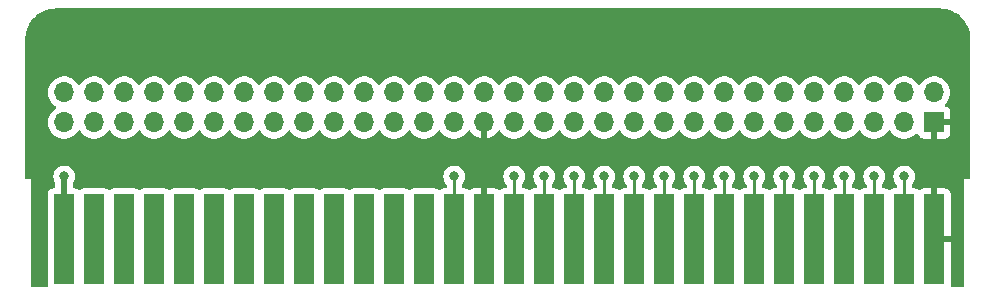
<source format=gbr>
%TF.GenerationSoftware,KiCad,Pcbnew,7.0.3*%
%TF.CreationDate,2023-05-19T23:33:44+08:00*%
%TF.ProjectId,CartdrigeDev,43617274-6472-4696-9765-4465762e6b69,rev?*%
%TF.SameCoordinates,Original*%
%TF.FileFunction,Copper,L2,Bot*%
%TF.FilePolarity,Positive*%
%FSLAX46Y46*%
G04 Gerber Fmt 4.6, Leading zero omitted, Abs format (unit mm)*
G04 Created by KiCad (PCBNEW 7.0.3) date 2023-05-19 23:33:44*
%MOMM*%
%LPD*%
G01*
G04 APERTURE LIST*
%TA.AperFunction,ConnectorPad*%
%ADD10R,1.780000X7.620000*%
%TD*%
%TA.AperFunction,ComponentPad*%
%ADD11R,1.700000X1.700000*%
%TD*%
%TA.AperFunction,ComponentPad*%
%ADD12O,1.700000X1.700000*%
%TD*%
%TA.AperFunction,ViaPad*%
%ADD13C,0.800000*%
%TD*%
%TA.AperFunction,Conductor*%
%ADD14C,0.500000*%
%TD*%
%TA.AperFunction,Conductor*%
%ADD15C,0.250000*%
%TD*%
G04 APERTURE END LIST*
D10*
%TO.P,J2,1,Pin_1*%
%TO.N,GND*%
X148590000Y-91694000D03*
%TO.P,J2,3,Pin_3*%
%TO.N,/A11*%
X146050000Y-91694000D03*
%TO.P,J2,5,Pin_5*%
%TO.N,/A10*%
X143510000Y-91694000D03*
%TO.P,J2,7,Pin_7*%
%TO.N,/A9*%
X140970000Y-91694000D03*
%TO.P,J2,9,Pin_9*%
%TO.N,/A8*%
X138430000Y-91694000D03*
%TO.P,J2,11,Pin_11*%
%TO.N,/A7*%
X135890000Y-91694000D03*
%TO.P,J2,13,Pin_13*%
%TO.N,/A6*%
X133350000Y-91694000D03*
%TO.P,J2,15,Pin_15*%
%TO.N,/A5*%
X130810000Y-91694000D03*
%TO.P,J2,17,Pin_17*%
%TO.N,/A4*%
X128270000Y-91694000D03*
%TO.P,J2,19,Pin_19*%
%TO.N,/A3*%
X125730000Y-91694000D03*
%TO.P,J2,21,Pin_21*%
%TO.N,/A2*%
X123190000Y-91694000D03*
%TO.P,J2,23,Pin_23*%
%TO.N,/A1*%
X120650000Y-91694000D03*
%TO.P,J2,25,Pin_25*%
%TO.N,/A0*%
X118110000Y-91694000D03*
%TO.P,J2,27,Pin_27*%
%TO.N,/RW*%
X115570000Y-91694000D03*
%TO.P,J2,29,Pin_29*%
%TO.N,/IRQ3B*%
X113030000Y-91694000D03*
%TO.P,J2,31,Pin_31*%
%TO.N,GND*%
X110490000Y-91694000D03*
%TO.P,J2,33,Pin_33*%
%TO.N,/RAMCSB*%
X107950000Y-91694000D03*
%TO.P,J2,35,Pin_35*%
%TO.N,unconnected-(J2-Pin_35-Pad35)*%
X105410000Y-91694000D03*
%TO.P,J2,37,Pin_37*%
%TO.N,unconnected-(J2-Pin_37-Pad37)*%
X102870000Y-91694000D03*
%TO.P,J2,39,Pin_39*%
%TO.N,unconnected-(J2-Pin_39-Pad39)*%
X100330000Y-91694000D03*
%TO.P,J2,41,Pin_41*%
%TO.N,unconnected-(J2-Pin_41-Pad41)*%
X97790000Y-91694000D03*
%TO.P,J2,43,Pin_43*%
%TO.N,unconnected-(J2-Pin_43-Pad43)*%
X95250000Y-91694000D03*
%TO.P,J2,45,Pin_45*%
%TO.N,unconnected-(J2-Pin_45-Pad45)*%
X92710000Y-91694000D03*
%TO.P,J2,47,Pin_47*%
%TO.N,unconnected-(J2-Pin_47-Pad47)*%
X90170000Y-91694000D03*
%TO.P,J2,49,Pin_49*%
%TO.N,unconnected-(J2-Pin_49-Pad49)*%
X87630000Y-91694000D03*
%TO.P,J2,51,Pin_51*%
%TO.N,unconnected-(J2-Pin_51-Pad51)*%
X85090000Y-91694000D03*
%TO.P,J2,53,Pin_53*%
%TO.N,unconnected-(J2-Pin_53-Pad53)*%
X82550000Y-91694000D03*
%TO.P,J2,55,Pin_55*%
%TO.N,unconnected-(J2-Pin_55-Pad55)*%
X80010000Y-91694000D03*
%TO.P,J2,57,Pin_57*%
%TO.N,unconnected-(J2-Pin_57-Pad57)*%
X77470000Y-91694000D03*
%TO.P,J2,59,Pin_59*%
%TO.N,+5V*%
X74930000Y-91694000D03*
%TD*%
D11*
%TO.P,J1,1,Pin_1*%
%TO.N,GND*%
X148590000Y-81788000D03*
D12*
%TO.P,J1,2,Pin_2*%
%TO.N,+5V*%
X148590000Y-79248000D03*
%TO.P,J1,3,Pin_3*%
%TO.N,/A11*%
X146050000Y-81788000D03*
%TO.P,J1,4,Pin_4*%
%TO.N,/CLOCK*%
X146050000Y-79248000D03*
%TO.P,J1,5,Pin_5*%
%TO.N,/A10*%
X143510000Y-81788000D03*
%TO.P,J1,6,Pin_6*%
%TO.N,/A12*%
X143510000Y-79248000D03*
%TO.P,J1,7,Pin_7*%
%TO.N,/A9*%
X140970000Y-81788000D03*
%TO.P,J1,8,Pin_8*%
%TO.N,/A13*%
X140970000Y-79248000D03*
%TO.P,J1,9,Pin_9*%
%TO.N,/A8*%
X138430000Y-81788000D03*
%TO.P,J1,10,Pin_10*%
%TO.N,/A14*%
X138430000Y-79248000D03*
%TO.P,J1,11,Pin_11*%
%TO.N,/A7*%
X135890000Y-81788000D03*
%TO.P,J1,12,Pin_12*%
%TO.N,/A15*%
X135890000Y-79248000D03*
%TO.P,J1,13,Pin_13*%
%TO.N,/A6*%
X133350000Y-81788000D03*
%TO.P,J1,14,Pin_14*%
%TO.N,/D7*%
X133350000Y-79248000D03*
%TO.P,J1,15,Pin_15*%
%TO.N,/A5*%
X130810000Y-81788000D03*
%TO.P,J1,16,Pin_16*%
%TO.N,/D6*%
X130810000Y-79248000D03*
%TO.P,J1,17,Pin_17*%
%TO.N,/A4*%
X128270000Y-81788000D03*
%TO.P,J1,18,Pin_18*%
%TO.N,/D5*%
X128270000Y-79248000D03*
%TO.P,J1,19,Pin_19*%
%TO.N,/A3*%
X125730000Y-81788000D03*
%TO.P,J1,20,Pin_20*%
%TO.N,/D4*%
X125730000Y-79248000D03*
%TO.P,J1,21,Pin_21*%
%TO.N,/A2*%
X123190000Y-81788000D03*
%TO.P,J1,22,Pin_22*%
%TO.N,/D3*%
X123190000Y-79248000D03*
%TO.P,J1,23,Pin_23*%
%TO.N,/A1*%
X120650000Y-81788000D03*
%TO.P,J1,24,Pin_24*%
%TO.N,/D2*%
X120650000Y-79248000D03*
%TO.P,J1,25,Pin_25*%
%TO.N,/A0*%
X118110000Y-81788000D03*
%TO.P,J1,26,Pin_26*%
%TO.N,/D1*%
X118110000Y-79248000D03*
%TO.P,J1,27,Pin_27*%
%TO.N,/RW*%
X115570000Y-81788000D03*
%TO.P,J1,28,Pin_28*%
%TO.N,/D0*%
X115570000Y-79248000D03*
%TO.P,J1,29,Pin_29*%
%TO.N,/IRQ3B*%
X113030000Y-81788000D03*
%TO.P,J1,30,Pin_30*%
%TO.N,/PORT1CSB*%
X113030000Y-79248000D03*
%TO.P,J1,31,Pin_31*%
%TO.N,GND*%
X110490000Y-81788000D03*
%TO.P,J1,32,Pin_32*%
%TO.N,/RESET*%
X110490000Y-79248000D03*
%TO.P,J1,33,Pin_33*%
%TO.N,/RAMCSB*%
X107950000Y-81788000D03*
%TO.P,J1,34,Pin_34*%
%TO.N,/DMAB*%
X107950000Y-79248000D03*
%TO.P,J1,35,Pin_35*%
%TO.N,unconnected-(J1-Pin_35-Pad35)*%
X105410000Y-81788000D03*
%TO.P,J1,36,Pin_36*%
%TO.N,/NMIB*%
X105410000Y-79248000D03*
%TO.P,J1,37,Pin_37*%
%TO.N,unconnected-(J1-Pin_37-Pad37)*%
X102870000Y-81788000D03*
%TO.P,J1,38,Pin_38*%
%TO.N,unconnected-(J1-Pin_38-Pad38)*%
X102870000Y-79248000D03*
%TO.P,J1,39,Pin_39*%
%TO.N,unconnected-(J1-Pin_39-Pad39)*%
X100330000Y-81788000D03*
%TO.P,J1,40,Pin_40*%
%TO.N,unconnected-(J1-Pin_40-Pad40)*%
X100330000Y-79248000D03*
%TO.P,J1,41,Pin_41*%
%TO.N,unconnected-(J1-Pin_41-Pad41)*%
X97790000Y-81788000D03*
%TO.P,J1,42,Pin_42*%
%TO.N,unconnected-(J1-Pin_42-Pad42)*%
X97790000Y-79248000D03*
%TO.P,J1,43,Pin_43*%
%TO.N,unconnected-(J1-Pin_43-Pad43)*%
X95250000Y-81788000D03*
%TO.P,J1,44,Pin_44*%
%TO.N,unconnected-(J1-Pin_44-Pad44)*%
X95250000Y-79248000D03*
%TO.P,J1,45,Pin_45*%
%TO.N,unconnected-(J1-Pin_45-Pad45)*%
X92710000Y-81788000D03*
%TO.P,J1,46,Pin_46*%
%TO.N,unconnected-(J1-Pin_46-Pad46)*%
X92710000Y-79248000D03*
%TO.P,J1,47,Pin_47*%
%TO.N,unconnected-(J1-Pin_47-Pad47)*%
X90170000Y-81788000D03*
%TO.P,J1,48,Pin_48*%
%TO.N,unconnected-(J1-Pin_48-Pad48)*%
X90170000Y-79248000D03*
%TO.P,J1,49,Pin_49*%
%TO.N,unconnected-(J1-Pin_49-Pad49)*%
X87630000Y-81788000D03*
%TO.P,J1,50,Pin_50*%
%TO.N,unconnected-(J1-Pin_50-Pad50)*%
X87630000Y-79248000D03*
%TO.P,J1,51,Pin_51*%
%TO.N,unconnected-(J1-Pin_51-Pad51)*%
X85090000Y-81788000D03*
%TO.P,J1,52,Pin_52*%
%TO.N,unconnected-(J1-Pin_52-Pad52)*%
X85090000Y-79248000D03*
%TO.P,J1,53,Pin_53*%
%TO.N,unconnected-(J1-Pin_53-Pad53)*%
X82550000Y-81788000D03*
%TO.P,J1,54,Pin_54*%
%TO.N,unconnected-(J1-Pin_54-Pad54)*%
X82550000Y-79248000D03*
%TO.P,J1,55,Pin_55*%
%TO.N,unconnected-(J1-Pin_55-Pad55)*%
X80010000Y-81788000D03*
%TO.P,J1,56,Pin_56*%
%TO.N,unconnected-(J1-Pin_56-Pad56)*%
X80010000Y-79248000D03*
%TO.P,J1,57,Pin_57*%
%TO.N,unconnected-(J1-Pin_57-Pad57)*%
X77470000Y-81788000D03*
%TO.P,J1,58,Pin_58*%
%TO.N,unconnected-(J1-Pin_58-Pad58)*%
X77470000Y-79248000D03*
%TO.P,J1,59,Pin_59*%
%TO.N,+5V*%
X74930000Y-81788000D03*
%TO.P,J1,60,Pin_60*%
%TO.N,unconnected-(J1-Pin_60-Pad60)*%
X74930000Y-79248000D03*
%TD*%
D13*
%TO.N,+5V*%
X74930000Y-86360000D03*
%TO.N,/A8*%
X138430000Y-86360000D03*
%TO.N,/A9*%
X140970000Y-86360000D03*
%TO.N,/A11*%
X146050000Y-86360000D03*
%TO.N,/A10*%
X143510000Y-86360000D03*
%TO.N,/A0*%
X118110000Y-86360000D03*
%TO.N,/A1*%
X120650000Y-86360000D03*
%TO.N,/A2*%
X123190000Y-86360000D03*
%TO.N,/A3*%
X125730000Y-86360000D03*
%TO.N,/A4*%
X128270000Y-86360000D03*
%TO.N,/A5*%
X130810000Y-86360000D03*
%TO.N,/A6*%
X133350000Y-86360000D03*
%TO.N,/A7*%
X135890000Y-86360000D03*
%TO.N,/RW*%
X115570000Y-86360000D03*
%TO.N,/IRQ3B*%
X113030000Y-86360000D03*
%TO.N,/RAMCSB*%
X107950000Y-86360000D03*
%TD*%
D14*
%TO.N,+5V*%
X74930000Y-91694000D02*
X74930000Y-86360000D01*
D15*
%TO.N,/A8*%
X138430000Y-91694000D02*
X138430000Y-86360000D01*
%TO.N,/A9*%
X140970000Y-91694000D02*
X140970000Y-86360000D01*
%TO.N,/A11*%
X146050000Y-91694000D02*
X146050000Y-86360000D01*
%TO.N,/A10*%
X143510000Y-91694000D02*
X143510000Y-86360000D01*
%TO.N,/A0*%
X118110000Y-91694000D02*
X118110000Y-86360000D01*
%TO.N,/A1*%
X120650000Y-91694000D02*
X120650000Y-86360000D01*
%TO.N,/A2*%
X123190000Y-91694000D02*
X123190000Y-86360000D01*
%TO.N,/A3*%
X125730000Y-91694000D02*
X125730000Y-86360000D01*
%TO.N,/A4*%
X128270000Y-91694000D02*
X128270000Y-86360000D01*
%TO.N,/A5*%
X130810000Y-91694000D02*
X130810000Y-86360000D01*
%TO.N,/A6*%
X133350000Y-91694000D02*
X133350000Y-86360000D01*
%TO.N,/A7*%
X135890000Y-91694000D02*
X135890000Y-86360000D01*
%TO.N,/RW*%
X115570000Y-91694000D02*
X115570000Y-86360000D01*
%TO.N,/IRQ3B*%
X113030000Y-91694000D02*
X113030000Y-86360000D01*
%TO.N,/RAMCSB*%
X107950000Y-91694000D02*
X107950000Y-86360000D01*
%TD*%
%TA.AperFunction,Conductor*%
%TO.N,GND*%
G36*
X149117814Y-72136598D02*
G01*
X149231681Y-72142987D01*
X149403691Y-72153383D01*
X149410417Y-72154155D01*
X149546422Y-72177257D01*
X149695275Y-72204528D01*
X149701290Y-72205941D01*
X149837591Y-72245203D01*
X149838637Y-72245517D01*
X149978861Y-72289207D01*
X149984216Y-72291146D01*
X150116639Y-72345993D01*
X150118358Y-72346735D01*
X150250672Y-72406279D01*
X150255277Y-72408583D01*
X150381473Y-72478325D01*
X150383554Y-72479528D01*
X150506996Y-72554147D01*
X150510859Y-72556679D01*
X150572980Y-72600755D01*
X150628805Y-72640363D01*
X150631202Y-72642151D01*
X150744423Y-72730850D01*
X150747529Y-72733449D01*
X150843622Y-72819321D01*
X150855508Y-72829943D01*
X150858077Y-72832371D01*
X150959697Y-72933989D01*
X150962125Y-72936558D01*
X151058622Y-73044536D01*
X151061216Y-73047636D01*
X151149924Y-73160863D01*
X151151695Y-73163237D01*
X151180321Y-73203582D01*
X151235386Y-73281190D01*
X151237921Y-73285055D01*
X151312526Y-73408467D01*
X151313751Y-73410586D01*
X151383493Y-73536778D01*
X151385805Y-73541399D01*
X151445341Y-73673687D01*
X151446096Y-73675434D01*
X151500933Y-73807828D01*
X151502877Y-73813197D01*
X151546542Y-73953333D01*
X151546932Y-73954636D01*
X151586133Y-74090718D01*
X151587564Y-74096806D01*
X151614848Y-74245708D01*
X151636220Y-74371515D01*
X151638000Y-74392618D01*
X151638000Y-86283574D01*
X151637691Y-86487691D01*
X151617586Y-86555781D01*
X151563860Y-86602193D01*
X151511691Y-86613500D01*
X151155158Y-86613500D01*
X151154952Y-86613459D01*
X151129996Y-86613459D01*
X151129798Y-86613541D01*
X151129620Y-86613614D01*
X151129617Y-86613617D01*
X151129459Y-86614000D01*
X151129476Y-86639014D01*
X151129471Y-86639014D01*
X151129500Y-86639157D01*
X151129500Y-95631500D01*
X151109498Y-95699621D01*
X151055842Y-95746114D01*
X151003500Y-95757500D01*
X150106242Y-95757500D01*
X150038121Y-95737498D01*
X149991628Y-95683842D01*
X149980964Y-95618030D01*
X149987999Y-95552597D01*
X149988000Y-95552585D01*
X149988000Y-91948000D01*
X148462000Y-91948000D01*
X148393879Y-91927998D01*
X148347386Y-91874342D01*
X148336000Y-91822000D01*
X148336000Y-87376000D01*
X148844000Y-87376000D01*
X148844000Y-91440000D01*
X149988000Y-91440000D01*
X149988000Y-87835414D01*
X149987999Y-87835402D01*
X149981494Y-87774906D01*
X149930444Y-87638035D01*
X149930444Y-87638034D01*
X149842904Y-87521095D01*
X149725965Y-87433555D01*
X149589093Y-87382505D01*
X149528597Y-87376000D01*
X148844000Y-87376000D01*
X148336000Y-87376000D01*
X147651402Y-87376000D01*
X147590906Y-87382505D01*
X147454035Y-87433555D01*
X147395924Y-87477056D01*
X147329403Y-87501866D01*
X147260029Y-87486774D01*
X147244907Y-87477055D01*
X147186207Y-87433112D01*
X147186202Y-87433110D01*
X147049204Y-87382011D01*
X147049196Y-87382009D01*
X146988649Y-87375500D01*
X146988638Y-87375500D01*
X146809500Y-87375500D01*
X146741379Y-87355498D01*
X146694886Y-87301842D01*
X146683500Y-87249500D01*
X146683500Y-87062524D01*
X146703502Y-86994403D01*
X146715858Y-86978220D01*
X146789040Y-86896944D01*
X146884527Y-86731556D01*
X146943542Y-86549928D01*
X146963504Y-86360000D01*
X146943542Y-86170072D01*
X146884527Y-85988444D01*
X146789040Y-85823056D01*
X146789038Y-85823054D01*
X146789034Y-85823048D01*
X146661255Y-85681135D01*
X146506752Y-85568882D01*
X146332288Y-85491206D01*
X146145487Y-85451500D01*
X145954513Y-85451500D01*
X145767711Y-85491206D01*
X145593247Y-85568882D01*
X145438744Y-85681135D01*
X145310965Y-85823048D01*
X145310958Y-85823058D01*
X145215476Y-85988438D01*
X145215473Y-85988445D01*
X145156457Y-86170072D01*
X145136496Y-86360000D01*
X145156457Y-86549927D01*
X145177401Y-86614383D01*
X145215473Y-86731556D01*
X145310960Y-86896944D01*
X145384136Y-86978214D01*
X145414853Y-87042220D01*
X145416500Y-87062524D01*
X145416500Y-87249500D01*
X145396498Y-87317621D01*
X145342842Y-87364114D01*
X145290500Y-87375500D01*
X145111350Y-87375500D01*
X145050803Y-87382009D01*
X145050795Y-87382011D01*
X144913797Y-87433110D01*
X144855509Y-87476744D01*
X144788988Y-87501554D01*
X144719614Y-87486462D01*
X144704491Y-87476744D01*
X144686900Y-87463575D01*
X144646204Y-87433111D01*
X144646202Y-87433110D01*
X144509204Y-87382011D01*
X144509196Y-87382009D01*
X144448649Y-87375500D01*
X144448638Y-87375500D01*
X144269500Y-87375500D01*
X144201379Y-87355498D01*
X144154886Y-87301842D01*
X144143500Y-87249500D01*
X144143500Y-87062524D01*
X144163502Y-86994403D01*
X144175858Y-86978220D01*
X144249040Y-86896944D01*
X144344527Y-86731556D01*
X144403542Y-86549928D01*
X144423504Y-86360000D01*
X144403542Y-86170072D01*
X144344527Y-85988444D01*
X144249040Y-85823056D01*
X144249038Y-85823054D01*
X144249034Y-85823048D01*
X144121255Y-85681135D01*
X143966752Y-85568882D01*
X143792288Y-85491206D01*
X143605487Y-85451500D01*
X143414513Y-85451500D01*
X143227711Y-85491206D01*
X143053247Y-85568882D01*
X142898744Y-85681135D01*
X142770965Y-85823048D01*
X142770958Y-85823058D01*
X142675476Y-85988438D01*
X142675473Y-85988445D01*
X142616457Y-86170072D01*
X142596496Y-86360000D01*
X142616457Y-86549927D01*
X142637401Y-86614383D01*
X142675473Y-86731556D01*
X142770960Y-86896944D01*
X142844136Y-86978214D01*
X142874853Y-87042220D01*
X142876500Y-87062524D01*
X142876500Y-87249500D01*
X142856498Y-87317621D01*
X142802842Y-87364114D01*
X142750500Y-87375500D01*
X142571350Y-87375500D01*
X142510803Y-87382009D01*
X142510795Y-87382011D01*
X142373797Y-87433110D01*
X142315509Y-87476744D01*
X142248988Y-87501554D01*
X142179614Y-87486462D01*
X142164491Y-87476744D01*
X142146900Y-87463575D01*
X142106204Y-87433111D01*
X142106202Y-87433110D01*
X141969204Y-87382011D01*
X141969196Y-87382009D01*
X141908649Y-87375500D01*
X141908638Y-87375500D01*
X141729500Y-87375500D01*
X141661379Y-87355498D01*
X141614886Y-87301842D01*
X141603500Y-87249500D01*
X141603500Y-87062524D01*
X141623502Y-86994403D01*
X141635858Y-86978220D01*
X141709040Y-86896944D01*
X141804527Y-86731556D01*
X141863542Y-86549928D01*
X141883504Y-86360000D01*
X141863542Y-86170072D01*
X141804527Y-85988444D01*
X141709040Y-85823056D01*
X141709038Y-85823054D01*
X141709034Y-85823048D01*
X141581255Y-85681135D01*
X141426752Y-85568882D01*
X141252288Y-85491206D01*
X141065487Y-85451500D01*
X140874513Y-85451500D01*
X140687711Y-85491206D01*
X140513247Y-85568882D01*
X140358744Y-85681135D01*
X140230965Y-85823048D01*
X140230958Y-85823058D01*
X140135476Y-85988438D01*
X140135473Y-85988445D01*
X140076457Y-86170072D01*
X140056496Y-86360000D01*
X140076457Y-86549927D01*
X140097401Y-86614383D01*
X140135473Y-86731556D01*
X140230960Y-86896944D01*
X140304136Y-86978214D01*
X140334853Y-87042220D01*
X140336500Y-87062524D01*
X140336500Y-87249500D01*
X140316498Y-87317621D01*
X140262842Y-87364114D01*
X140210500Y-87375500D01*
X140031350Y-87375500D01*
X139970803Y-87382009D01*
X139970795Y-87382011D01*
X139833797Y-87433110D01*
X139775509Y-87476744D01*
X139708988Y-87501554D01*
X139639614Y-87486462D01*
X139624491Y-87476744D01*
X139606900Y-87463575D01*
X139566204Y-87433111D01*
X139566202Y-87433110D01*
X139429204Y-87382011D01*
X139429196Y-87382009D01*
X139368649Y-87375500D01*
X139368638Y-87375500D01*
X139189500Y-87375500D01*
X139121379Y-87355498D01*
X139074886Y-87301842D01*
X139063500Y-87249500D01*
X139063500Y-87062524D01*
X139083502Y-86994403D01*
X139095858Y-86978220D01*
X139169040Y-86896944D01*
X139264527Y-86731556D01*
X139323542Y-86549928D01*
X139343504Y-86360000D01*
X139323542Y-86170072D01*
X139264527Y-85988444D01*
X139169040Y-85823056D01*
X139169038Y-85823054D01*
X139169034Y-85823048D01*
X139041255Y-85681135D01*
X138886752Y-85568882D01*
X138712288Y-85491206D01*
X138525487Y-85451500D01*
X138334513Y-85451500D01*
X138147711Y-85491206D01*
X137973247Y-85568882D01*
X137818744Y-85681135D01*
X137690965Y-85823048D01*
X137690958Y-85823058D01*
X137595476Y-85988438D01*
X137595473Y-85988445D01*
X137536457Y-86170072D01*
X137516496Y-86360000D01*
X137536457Y-86549927D01*
X137557401Y-86614383D01*
X137595473Y-86731556D01*
X137690960Y-86896944D01*
X137764136Y-86978214D01*
X137794853Y-87042220D01*
X137796500Y-87062524D01*
X137796500Y-87249500D01*
X137776498Y-87317621D01*
X137722842Y-87364114D01*
X137670500Y-87375500D01*
X137491350Y-87375500D01*
X137430803Y-87382009D01*
X137430795Y-87382011D01*
X137293797Y-87433110D01*
X137235509Y-87476744D01*
X137168988Y-87501554D01*
X137099614Y-87486462D01*
X137084491Y-87476744D01*
X137066900Y-87463575D01*
X137026204Y-87433111D01*
X137026202Y-87433110D01*
X136889204Y-87382011D01*
X136889196Y-87382009D01*
X136828649Y-87375500D01*
X136828638Y-87375500D01*
X136649500Y-87375500D01*
X136581379Y-87355498D01*
X136534886Y-87301842D01*
X136523500Y-87249500D01*
X136523500Y-87062524D01*
X136543502Y-86994403D01*
X136555858Y-86978220D01*
X136629040Y-86896944D01*
X136724527Y-86731556D01*
X136783542Y-86549928D01*
X136803504Y-86360000D01*
X136783542Y-86170072D01*
X136724527Y-85988444D01*
X136629040Y-85823056D01*
X136629038Y-85823054D01*
X136629034Y-85823048D01*
X136501255Y-85681135D01*
X136346752Y-85568882D01*
X136172288Y-85491206D01*
X135985487Y-85451500D01*
X135794513Y-85451500D01*
X135607711Y-85491206D01*
X135433247Y-85568882D01*
X135278744Y-85681135D01*
X135150965Y-85823048D01*
X135150958Y-85823058D01*
X135055476Y-85988438D01*
X135055473Y-85988445D01*
X134996457Y-86170072D01*
X134976496Y-86360000D01*
X134996457Y-86549927D01*
X135017401Y-86614383D01*
X135055473Y-86731556D01*
X135150960Y-86896944D01*
X135224136Y-86978214D01*
X135254853Y-87042220D01*
X135256500Y-87062524D01*
X135256500Y-87249500D01*
X135236498Y-87317621D01*
X135182842Y-87364114D01*
X135130500Y-87375500D01*
X134951350Y-87375500D01*
X134890803Y-87382009D01*
X134890795Y-87382011D01*
X134753797Y-87433110D01*
X134695509Y-87476744D01*
X134628988Y-87501554D01*
X134559614Y-87486462D01*
X134544491Y-87476744D01*
X134526900Y-87463575D01*
X134486204Y-87433111D01*
X134486202Y-87433110D01*
X134349204Y-87382011D01*
X134349196Y-87382009D01*
X134288649Y-87375500D01*
X134288638Y-87375500D01*
X134109500Y-87375500D01*
X134041379Y-87355498D01*
X133994886Y-87301842D01*
X133983500Y-87249500D01*
X133983500Y-87062524D01*
X134003502Y-86994403D01*
X134015858Y-86978220D01*
X134089040Y-86896944D01*
X134184527Y-86731556D01*
X134243542Y-86549928D01*
X134263504Y-86360000D01*
X134243542Y-86170072D01*
X134184527Y-85988444D01*
X134089040Y-85823056D01*
X134089038Y-85823054D01*
X134089034Y-85823048D01*
X133961255Y-85681135D01*
X133806752Y-85568882D01*
X133632288Y-85491206D01*
X133445487Y-85451500D01*
X133254513Y-85451500D01*
X133067711Y-85491206D01*
X132893247Y-85568882D01*
X132738744Y-85681135D01*
X132610965Y-85823048D01*
X132610958Y-85823058D01*
X132515476Y-85988438D01*
X132515473Y-85988445D01*
X132456457Y-86170072D01*
X132436496Y-86360000D01*
X132456457Y-86549927D01*
X132477401Y-86614383D01*
X132515473Y-86731556D01*
X132610960Y-86896944D01*
X132684136Y-86978214D01*
X132714853Y-87042220D01*
X132716500Y-87062524D01*
X132716500Y-87249500D01*
X132696498Y-87317621D01*
X132642842Y-87364114D01*
X132590500Y-87375500D01*
X132411350Y-87375500D01*
X132350803Y-87382009D01*
X132350795Y-87382011D01*
X132213797Y-87433110D01*
X132213793Y-87433112D01*
X132155507Y-87476744D01*
X132088986Y-87501554D01*
X132019612Y-87486462D01*
X132004490Y-87476743D01*
X131946207Y-87433112D01*
X131946202Y-87433110D01*
X131809204Y-87382011D01*
X131809196Y-87382009D01*
X131748649Y-87375500D01*
X131748638Y-87375500D01*
X131569500Y-87375500D01*
X131501379Y-87355498D01*
X131454886Y-87301842D01*
X131443500Y-87249500D01*
X131443500Y-87062524D01*
X131463502Y-86994403D01*
X131475858Y-86978220D01*
X131549040Y-86896944D01*
X131644527Y-86731556D01*
X131703542Y-86549928D01*
X131723504Y-86360000D01*
X131703542Y-86170072D01*
X131644527Y-85988444D01*
X131549040Y-85823056D01*
X131549038Y-85823054D01*
X131549034Y-85823048D01*
X131421255Y-85681135D01*
X131266752Y-85568882D01*
X131092288Y-85491206D01*
X130905487Y-85451500D01*
X130714513Y-85451500D01*
X130527711Y-85491206D01*
X130353247Y-85568882D01*
X130198744Y-85681135D01*
X130070965Y-85823048D01*
X130070958Y-85823058D01*
X129975476Y-85988438D01*
X129975473Y-85988445D01*
X129916457Y-86170072D01*
X129896496Y-86360000D01*
X129916457Y-86549927D01*
X129937401Y-86614383D01*
X129975473Y-86731556D01*
X129975476Y-86731561D01*
X130070958Y-86896941D01*
X130070965Y-86896951D01*
X130144135Y-86978214D01*
X130174853Y-87042221D01*
X130176499Y-87062523D01*
X130176500Y-87249499D01*
X130156498Y-87317620D01*
X130102843Y-87364113D01*
X130050500Y-87375500D01*
X129871350Y-87375500D01*
X129810803Y-87382009D01*
X129810795Y-87382011D01*
X129673797Y-87433110D01*
X129615509Y-87476744D01*
X129548988Y-87501554D01*
X129479614Y-87486462D01*
X129464491Y-87476744D01*
X129446900Y-87463575D01*
X129406204Y-87433111D01*
X129406202Y-87433110D01*
X129269204Y-87382011D01*
X129269196Y-87382009D01*
X129208649Y-87375500D01*
X129208638Y-87375500D01*
X129029500Y-87375500D01*
X128961379Y-87355498D01*
X128914886Y-87301842D01*
X128903500Y-87249501D01*
X128903500Y-87249499D01*
X128903500Y-87062521D01*
X128923501Y-86994404D01*
X128935853Y-86978226D01*
X129009040Y-86896944D01*
X129104527Y-86731556D01*
X129163542Y-86549928D01*
X129183504Y-86360000D01*
X129163542Y-86170072D01*
X129104527Y-85988444D01*
X129009040Y-85823056D01*
X129009038Y-85823054D01*
X129009034Y-85823048D01*
X128881255Y-85681135D01*
X128726752Y-85568882D01*
X128552288Y-85491206D01*
X128365487Y-85451500D01*
X128174513Y-85451500D01*
X127987711Y-85491206D01*
X127813247Y-85568882D01*
X127658744Y-85681135D01*
X127530965Y-85823048D01*
X127530958Y-85823058D01*
X127435476Y-85988438D01*
X127435473Y-85988445D01*
X127376457Y-86170072D01*
X127356496Y-86359999D01*
X127376457Y-86549927D01*
X127397401Y-86614383D01*
X127435473Y-86731556D01*
X127530960Y-86896944D01*
X127604136Y-86978214D01*
X127634853Y-87042220D01*
X127636500Y-87062524D01*
X127636500Y-87249500D01*
X127616498Y-87317621D01*
X127562842Y-87364114D01*
X127510500Y-87375500D01*
X127331350Y-87375500D01*
X127270803Y-87382009D01*
X127270795Y-87382011D01*
X127133797Y-87433110D01*
X127075509Y-87476744D01*
X127008988Y-87501554D01*
X126939614Y-87486462D01*
X126924491Y-87476744D01*
X126906900Y-87463575D01*
X126866204Y-87433111D01*
X126866202Y-87433110D01*
X126729204Y-87382011D01*
X126729196Y-87382009D01*
X126668649Y-87375500D01*
X126668638Y-87375500D01*
X126489500Y-87375500D01*
X126421379Y-87355498D01*
X126374886Y-87301842D01*
X126363500Y-87249500D01*
X126363500Y-87062524D01*
X126383502Y-86994403D01*
X126395858Y-86978220D01*
X126469040Y-86896944D01*
X126564527Y-86731556D01*
X126623542Y-86549928D01*
X126643504Y-86360000D01*
X126623542Y-86170072D01*
X126564527Y-85988444D01*
X126469040Y-85823056D01*
X126469038Y-85823054D01*
X126469034Y-85823048D01*
X126341255Y-85681135D01*
X126186752Y-85568882D01*
X126012288Y-85491206D01*
X125825487Y-85451500D01*
X125634513Y-85451500D01*
X125447711Y-85491206D01*
X125273247Y-85568882D01*
X125118744Y-85681135D01*
X124990965Y-85823048D01*
X124990958Y-85823058D01*
X124895476Y-85988438D01*
X124895473Y-85988445D01*
X124836457Y-86170072D01*
X124816496Y-86359999D01*
X124836457Y-86549927D01*
X124857401Y-86614383D01*
X124895473Y-86731556D01*
X124895476Y-86731561D01*
X124990958Y-86896941D01*
X124990965Y-86896951D01*
X125064135Y-86978214D01*
X125094853Y-87042221D01*
X125096499Y-87062523D01*
X125096500Y-87249499D01*
X125076498Y-87317620D01*
X125022843Y-87364113D01*
X124970500Y-87375500D01*
X124791350Y-87375500D01*
X124730803Y-87382009D01*
X124730795Y-87382011D01*
X124593797Y-87433110D01*
X124535509Y-87476744D01*
X124468988Y-87501554D01*
X124399614Y-87486462D01*
X124384491Y-87476744D01*
X124366900Y-87463575D01*
X124326204Y-87433111D01*
X124326202Y-87433110D01*
X124189204Y-87382011D01*
X124189196Y-87382009D01*
X124128649Y-87375500D01*
X124128638Y-87375500D01*
X123949500Y-87375500D01*
X123881379Y-87355498D01*
X123834886Y-87301842D01*
X123823500Y-87249501D01*
X123823499Y-87062526D01*
X123843501Y-86994405D01*
X123855863Y-86978214D01*
X123855865Y-86978212D01*
X123929040Y-86896944D01*
X124024527Y-86731556D01*
X124083542Y-86549928D01*
X124103504Y-86360000D01*
X124083542Y-86170072D01*
X124024527Y-85988444D01*
X123929040Y-85823056D01*
X123929038Y-85823054D01*
X123929034Y-85823048D01*
X123801255Y-85681135D01*
X123646752Y-85568882D01*
X123472288Y-85491206D01*
X123285487Y-85451500D01*
X123094513Y-85451500D01*
X122907711Y-85491206D01*
X122733247Y-85568882D01*
X122578744Y-85681135D01*
X122450965Y-85823048D01*
X122450958Y-85823058D01*
X122355476Y-85988438D01*
X122355473Y-85988445D01*
X122296457Y-86170072D01*
X122276496Y-86359999D01*
X122296457Y-86549927D01*
X122317401Y-86614383D01*
X122355473Y-86731556D01*
X122450960Y-86896944D01*
X122524136Y-86978214D01*
X122554853Y-87042220D01*
X122556500Y-87062524D01*
X122556500Y-87249500D01*
X122536498Y-87317621D01*
X122482842Y-87364114D01*
X122430500Y-87375500D01*
X122251350Y-87375500D01*
X122190803Y-87382009D01*
X122190795Y-87382011D01*
X122053797Y-87433110D01*
X121995509Y-87476744D01*
X121928988Y-87501554D01*
X121859614Y-87486462D01*
X121844491Y-87476744D01*
X121826900Y-87463575D01*
X121786204Y-87433111D01*
X121786202Y-87433110D01*
X121649204Y-87382011D01*
X121649196Y-87382009D01*
X121588649Y-87375500D01*
X121588638Y-87375500D01*
X121409500Y-87375500D01*
X121341379Y-87355498D01*
X121294886Y-87301842D01*
X121283500Y-87249501D01*
X121283499Y-87062526D01*
X121303501Y-86994405D01*
X121315863Y-86978214D01*
X121315865Y-86978212D01*
X121389040Y-86896944D01*
X121484527Y-86731556D01*
X121543542Y-86549928D01*
X121563504Y-86360000D01*
X121543542Y-86170072D01*
X121484527Y-85988444D01*
X121389040Y-85823056D01*
X121389038Y-85823054D01*
X121389034Y-85823048D01*
X121261255Y-85681135D01*
X121106752Y-85568882D01*
X120932288Y-85491206D01*
X120745487Y-85451500D01*
X120554513Y-85451500D01*
X120367711Y-85491206D01*
X120193247Y-85568882D01*
X120038744Y-85681135D01*
X119910965Y-85823048D01*
X119910958Y-85823058D01*
X119815476Y-85988438D01*
X119815473Y-85988445D01*
X119756457Y-86170072D01*
X119736496Y-86359999D01*
X119756457Y-86549927D01*
X119777401Y-86614383D01*
X119815473Y-86731556D01*
X119910960Y-86896944D01*
X119984136Y-86978214D01*
X120014853Y-87042220D01*
X120016500Y-87062524D01*
X120016500Y-87249500D01*
X119996498Y-87317621D01*
X119942842Y-87364114D01*
X119890500Y-87375500D01*
X119711350Y-87375500D01*
X119650803Y-87382009D01*
X119650795Y-87382011D01*
X119513797Y-87433110D01*
X119455509Y-87476744D01*
X119388988Y-87501554D01*
X119319614Y-87486462D01*
X119304491Y-87476744D01*
X119286900Y-87463575D01*
X119246204Y-87433111D01*
X119246202Y-87433110D01*
X119109204Y-87382011D01*
X119109196Y-87382009D01*
X119048649Y-87375500D01*
X119048638Y-87375500D01*
X118869500Y-87375500D01*
X118801379Y-87355498D01*
X118754886Y-87301842D01*
X118743500Y-87249500D01*
X118743500Y-87062524D01*
X118763502Y-86994403D01*
X118775858Y-86978220D01*
X118849040Y-86896944D01*
X118944527Y-86731556D01*
X119003542Y-86549928D01*
X119023504Y-86360000D01*
X119003542Y-86170072D01*
X118944527Y-85988444D01*
X118849040Y-85823056D01*
X118849038Y-85823054D01*
X118849034Y-85823048D01*
X118721255Y-85681135D01*
X118566752Y-85568882D01*
X118392288Y-85491206D01*
X118205487Y-85451500D01*
X118014513Y-85451500D01*
X117827711Y-85491206D01*
X117653247Y-85568882D01*
X117498744Y-85681135D01*
X117370965Y-85823048D01*
X117370958Y-85823058D01*
X117275476Y-85988438D01*
X117275473Y-85988445D01*
X117216457Y-86170072D01*
X117196496Y-86359999D01*
X117216457Y-86549927D01*
X117237401Y-86614383D01*
X117275473Y-86731556D01*
X117370960Y-86896944D01*
X117444136Y-86978214D01*
X117474853Y-87042220D01*
X117476500Y-87062524D01*
X117476500Y-87249500D01*
X117456498Y-87317621D01*
X117402842Y-87364114D01*
X117350500Y-87375500D01*
X117171350Y-87375500D01*
X117110803Y-87382009D01*
X117110795Y-87382011D01*
X116973797Y-87433110D01*
X116915509Y-87476744D01*
X116848988Y-87501554D01*
X116779614Y-87486462D01*
X116764491Y-87476744D01*
X116746900Y-87463575D01*
X116706204Y-87433111D01*
X116706202Y-87433110D01*
X116569204Y-87382011D01*
X116569196Y-87382009D01*
X116508649Y-87375500D01*
X116508638Y-87375500D01*
X116329500Y-87375500D01*
X116261379Y-87355498D01*
X116214886Y-87301842D01*
X116203500Y-87249500D01*
X116203500Y-87062524D01*
X116223502Y-86994403D01*
X116235858Y-86978220D01*
X116309040Y-86896944D01*
X116404527Y-86731556D01*
X116463542Y-86549928D01*
X116483504Y-86360000D01*
X116463542Y-86170072D01*
X116404527Y-85988444D01*
X116309040Y-85823056D01*
X116309038Y-85823054D01*
X116309034Y-85823048D01*
X116181255Y-85681135D01*
X116026752Y-85568882D01*
X115852288Y-85491206D01*
X115665487Y-85451500D01*
X115474513Y-85451500D01*
X115287711Y-85491206D01*
X115113247Y-85568882D01*
X114958744Y-85681135D01*
X114830965Y-85823048D01*
X114830958Y-85823058D01*
X114735476Y-85988438D01*
X114735473Y-85988445D01*
X114676457Y-86170072D01*
X114656496Y-86359999D01*
X114676457Y-86549927D01*
X114697401Y-86614383D01*
X114735473Y-86731556D01*
X114735476Y-86731561D01*
X114830958Y-86896942D01*
X114830959Y-86896944D01*
X114904135Y-86978214D01*
X114934853Y-87042221D01*
X114936499Y-87062523D01*
X114936500Y-87249499D01*
X114916498Y-87317620D01*
X114862843Y-87364113D01*
X114810500Y-87375500D01*
X114631350Y-87375500D01*
X114570803Y-87382009D01*
X114570795Y-87382011D01*
X114433797Y-87433110D01*
X114375509Y-87476744D01*
X114308988Y-87501554D01*
X114239614Y-87486462D01*
X114224491Y-87476744D01*
X114206900Y-87463575D01*
X114166204Y-87433111D01*
X114166202Y-87433110D01*
X114029204Y-87382011D01*
X114029196Y-87382009D01*
X113968649Y-87375500D01*
X113968638Y-87375500D01*
X113789500Y-87375500D01*
X113721379Y-87355498D01*
X113674886Y-87301842D01*
X113663500Y-87249500D01*
X113663500Y-87062524D01*
X113683502Y-86994403D01*
X113695858Y-86978220D01*
X113769040Y-86896944D01*
X113864527Y-86731556D01*
X113923542Y-86549928D01*
X113943504Y-86360000D01*
X113923542Y-86170072D01*
X113864527Y-85988444D01*
X113769040Y-85823056D01*
X113769038Y-85823054D01*
X113769034Y-85823048D01*
X113641255Y-85681135D01*
X113486752Y-85568882D01*
X113312288Y-85491206D01*
X113125487Y-85451500D01*
X112934513Y-85451500D01*
X112747711Y-85491206D01*
X112573247Y-85568882D01*
X112418744Y-85681135D01*
X112290965Y-85823048D01*
X112290958Y-85823058D01*
X112195476Y-85988438D01*
X112195473Y-85988445D01*
X112136457Y-86170072D01*
X112116496Y-86359999D01*
X112136457Y-86549927D01*
X112157401Y-86614383D01*
X112195473Y-86731556D01*
X112195476Y-86731561D01*
X112290958Y-86896942D01*
X112290959Y-86896944D01*
X112364135Y-86978214D01*
X112394853Y-87042221D01*
X112396499Y-87062523D01*
X112396500Y-87249499D01*
X112376498Y-87317620D01*
X112322843Y-87364113D01*
X112270500Y-87375500D01*
X112091350Y-87375500D01*
X112030803Y-87382009D01*
X112030795Y-87382011D01*
X111893797Y-87433110D01*
X111893792Y-87433112D01*
X111835092Y-87477056D01*
X111768572Y-87501867D01*
X111699198Y-87486776D01*
X111684073Y-87477056D01*
X111625963Y-87433554D01*
X111489093Y-87382505D01*
X111428597Y-87376000D01*
X110744000Y-87376000D01*
X110744000Y-91822000D01*
X110723998Y-91890121D01*
X110670342Y-91936614D01*
X110618000Y-91948000D01*
X110362000Y-91948000D01*
X110293879Y-91927998D01*
X110247386Y-91874342D01*
X110236000Y-91822000D01*
X110236000Y-87376000D01*
X109551402Y-87376000D01*
X109490906Y-87382505D01*
X109354035Y-87433555D01*
X109295924Y-87477056D01*
X109229403Y-87501866D01*
X109160029Y-87486774D01*
X109144907Y-87477055D01*
X109086207Y-87433112D01*
X109086202Y-87433110D01*
X108949204Y-87382011D01*
X108949196Y-87382009D01*
X108888649Y-87375500D01*
X108888638Y-87375500D01*
X108709500Y-87375500D01*
X108641379Y-87355498D01*
X108594886Y-87301842D01*
X108583500Y-87249500D01*
X108583500Y-87062524D01*
X108603502Y-86994403D01*
X108615858Y-86978220D01*
X108689040Y-86896944D01*
X108784527Y-86731556D01*
X108843542Y-86549928D01*
X108863504Y-86360000D01*
X108843542Y-86170072D01*
X108784527Y-85988444D01*
X108689040Y-85823056D01*
X108689038Y-85823054D01*
X108689034Y-85823048D01*
X108561255Y-85681135D01*
X108406752Y-85568882D01*
X108232288Y-85491206D01*
X108045487Y-85451500D01*
X107854513Y-85451500D01*
X107667711Y-85491206D01*
X107493247Y-85568882D01*
X107338744Y-85681135D01*
X107210965Y-85823048D01*
X107210958Y-85823058D01*
X107115476Y-85988438D01*
X107115473Y-85988445D01*
X107056457Y-86170072D01*
X107036496Y-86360000D01*
X107056457Y-86549927D01*
X107077401Y-86614383D01*
X107115473Y-86731556D01*
X107210960Y-86896944D01*
X107284136Y-86978214D01*
X107314853Y-87042220D01*
X107316500Y-87062524D01*
X107316500Y-87249500D01*
X107296498Y-87317621D01*
X107242842Y-87364114D01*
X107190500Y-87375500D01*
X107011350Y-87375500D01*
X106950803Y-87382009D01*
X106950795Y-87382011D01*
X106813797Y-87433110D01*
X106755509Y-87476744D01*
X106688988Y-87501554D01*
X106619614Y-87486462D01*
X106604491Y-87476744D01*
X106586900Y-87463575D01*
X106546204Y-87433111D01*
X106546202Y-87433110D01*
X106409204Y-87382011D01*
X106409196Y-87382009D01*
X106348649Y-87375500D01*
X106348638Y-87375500D01*
X104471362Y-87375500D01*
X104471350Y-87375500D01*
X104410803Y-87382009D01*
X104410795Y-87382011D01*
X104273797Y-87433110D01*
X104215509Y-87476744D01*
X104148988Y-87501554D01*
X104079614Y-87486462D01*
X104064491Y-87476744D01*
X104046900Y-87463575D01*
X104006204Y-87433111D01*
X104006202Y-87433110D01*
X103869204Y-87382011D01*
X103869196Y-87382009D01*
X103808649Y-87375500D01*
X103808638Y-87375500D01*
X101931362Y-87375500D01*
X101931350Y-87375500D01*
X101870803Y-87382009D01*
X101870795Y-87382011D01*
X101733797Y-87433110D01*
X101675509Y-87476744D01*
X101608988Y-87501554D01*
X101539614Y-87486462D01*
X101524491Y-87476744D01*
X101506900Y-87463575D01*
X101466204Y-87433111D01*
X101466202Y-87433110D01*
X101329204Y-87382011D01*
X101329196Y-87382009D01*
X101268649Y-87375500D01*
X101268638Y-87375500D01*
X99391362Y-87375500D01*
X99391350Y-87375500D01*
X99330803Y-87382009D01*
X99330795Y-87382011D01*
X99193797Y-87433110D01*
X99135509Y-87476744D01*
X99068988Y-87501554D01*
X98999614Y-87486462D01*
X98984491Y-87476744D01*
X98966900Y-87463575D01*
X98926204Y-87433111D01*
X98926202Y-87433110D01*
X98789204Y-87382011D01*
X98789196Y-87382009D01*
X98728649Y-87375500D01*
X98728638Y-87375500D01*
X96851362Y-87375500D01*
X96851350Y-87375500D01*
X96790803Y-87382009D01*
X96790795Y-87382011D01*
X96653797Y-87433110D01*
X96595509Y-87476744D01*
X96528988Y-87501554D01*
X96459614Y-87486462D01*
X96444491Y-87476744D01*
X96426900Y-87463575D01*
X96386204Y-87433111D01*
X96386202Y-87433110D01*
X96249204Y-87382011D01*
X96249196Y-87382009D01*
X96188649Y-87375500D01*
X96188638Y-87375500D01*
X94311362Y-87375500D01*
X94311350Y-87375500D01*
X94250803Y-87382009D01*
X94250795Y-87382011D01*
X94113797Y-87433110D01*
X94055509Y-87476744D01*
X93988988Y-87501554D01*
X93919614Y-87486462D01*
X93904491Y-87476744D01*
X93886900Y-87463575D01*
X93846204Y-87433111D01*
X93846202Y-87433110D01*
X93709204Y-87382011D01*
X93709196Y-87382009D01*
X93648649Y-87375500D01*
X93648638Y-87375500D01*
X91771362Y-87375500D01*
X91771350Y-87375500D01*
X91710803Y-87382009D01*
X91710795Y-87382011D01*
X91573797Y-87433110D01*
X91573793Y-87433112D01*
X91515507Y-87476744D01*
X91448986Y-87501554D01*
X91379612Y-87486462D01*
X91364490Y-87476743D01*
X91306207Y-87433112D01*
X91306202Y-87433110D01*
X91169204Y-87382011D01*
X91169196Y-87382009D01*
X91108649Y-87375500D01*
X91108638Y-87375500D01*
X89231362Y-87375500D01*
X89231350Y-87375500D01*
X89170803Y-87382009D01*
X89170795Y-87382011D01*
X89033797Y-87433110D01*
X88975509Y-87476744D01*
X88908988Y-87501554D01*
X88839614Y-87486462D01*
X88824491Y-87476744D01*
X88806900Y-87463575D01*
X88766204Y-87433111D01*
X88766202Y-87433110D01*
X88629204Y-87382011D01*
X88629196Y-87382009D01*
X88568649Y-87375500D01*
X88568638Y-87375500D01*
X86691362Y-87375500D01*
X86691350Y-87375500D01*
X86630803Y-87382009D01*
X86630795Y-87382011D01*
X86493797Y-87433110D01*
X86435509Y-87476744D01*
X86368988Y-87501554D01*
X86299614Y-87486462D01*
X86284491Y-87476744D01*
X86266900Y-87463575D01*
X86226204Y-87433111D01*
X86226202Y-87433110D01*
X86089204Y-87382011D01*
X86089196Y-87382009D01*
X86028649Y-87375500D01*
X86028638Y-87375500D01*
X84151362Y-87375500D01*
X84151350Y-87375500D01*
X84090803Y-87382009D01*
X84090795Y-87382011D01*
X83953797Y-87433110D01*
X83895509Y-87476744D01*
X83828988Y-87501554D01*
X83759614Y-87486462D01*
X83744491Y-87476744D01*
X83726900Y-87463575D01*
X83686204Y-87433111D01*
X83686202Y-87433110D01*
X83549204Y-87382011D01*
X83549196Y-87382009D01*
X83488649Y-87375500D01*
X83488638Y-87375500D01*
X81611362Y-87375500D01*
X81611350Y-87375500D01*
X81550803Y-87382009D01*
X81550795Y-87382011D01*
X81413797Y-87433110D01*
X81413793Y-87433112D01*
X81355507Y-87476744D01*
X81288986Y-87501554D01*
X81219612Y-87486462D01*
X81204490Y-87476743D01*
X81146207Y-87433112D01*
X81146202Y-87433110D01*
X81009204Y-87382011D01*
X81009196Y-87382009D01*
X80948649Y-87375500D01*
X80948638Y-87375500D01*
X79071362Y-87375500D01*
X79071350Y-87375500D01*
X79010803Y-87382009D01*
X79010795Y-87382011D01*
X78873797Y-87433110D01*
X78815509Y-87476744D01*
X78748988Y-87501554D01*
X78679614Y-87486462D01*
X78664491Y-87476744D01*
X78646900Y-87463575D01*
X78606204Y-87433111D01*
X78606202Y-87433110D01*
X78469204Y-87382011D01*
X78469196Y-87382009D01*
X78408649Y-87375500D01*
X78408638Y-87375500D01*
X76531362Y-87375500D01*
X76531350Y-87375500D01*
X76470803Y-87382009D01*
X76470795Y-87382011D01*
X76333797Y-87433110D01*
X76275509Y-87476744D01*
X76208988Y-87501554D01*
X76139614Y-87486462D01*
X76124491Y-87476744D01*
X76106900Y-87463575D01*
X76066204Y-87433111D01*
X76066202Y-87433110D01*
X75929204Y-87382011D01*
X75929196Y-87382009D01*
X75868649Y-87375500D01*
X75868638Y-87375500D01*
X75814500Y-87375500D01*
X75746379Y-87355498D01*
X75699886Y-87301842D01*
X75688500Y-87249500D01*
X75688500Y-86896999D01*
X75705380Y-86834000D01*
X75764527Y-86731556D01*
X75823542Y-86549928D01*
X75843504Y-86360000D01*
X75823542Y-86170072D01*
X75764527Y-85988444D01*
X75669040Y-85823056D01*
X75669038Y-85823054D01*
X75669034Y-85823048D01*
X75541255Y-85681135D01*
X75386752Y-85568882D01*
X75212288Y-85491206D01*
X75025487Y-85451500D01*
X74834513Y-85451500D01*
X74647711Y-85491206D01*
X74473247Y-85568882D01*
X74318744Y-85681135D01*
X74190965Y-85823048D01*
X74190958Y-85823058D01*
X74095476Y-85988438D01*
X74095473Y-85988445D01*
X74036457Y-86170072D01*
X74016496Y-86360000D01*
X74036457Y-86549927D01*
X74057401Y-86614383D01*
X74095473Y-86731556D01*
X74154619Y-86834000D01*
X74171500Y-86896999D01*
X74171500Y-87249500D01*
X74151498Y-87317621D01*
X74097842Y-87364114D01*
X74045500Y-87375500D01*
X73991350Y-87375500D01*
X73930803Y-87382009D01*
X73930795Y-87382011D01*
X73793797Y-87433110D01*
X73793792Y-87433112D01*
X73676738Y-87520738D01*
X73589112Y-87637792D01*
X73589110Y-87637797D01*
X73538011Y-87774795D01*
X73538009Y-87774803D01*
X73531500Y-87835350D01*
X73531500Y-95552649D01*
X73538530Y-95618032D01*
X73525924Y-95687900D01*
X73477546Y-95739862D01*
X73413252Y-95757500D01*
X72262500Y-95757500D01*
X72194379Y-95737498D01*
X72147886Y-95683842D01*
X72136500Y-95631500D01*
X72136500Y-86639157D01*
X72136528Y-86639014D01*
X72136524Y-86639014D01*
X72136539Y-86614002D01*
X72136541Y-86614000D01*
X72136383Y-86613617D01*
X72136381Y-86613616D01*
X72136380Y-86613614D01*
X72136201Y-86613541D01*
X72136003Y-86613459D01*
X72111048Y-86613459D01*
X72110842Y-86613500D01*
X71754692Y-86613500D01*
X71686571Y-86593498D01*
X71640078Y-86539842D01*
X71628692Y-86487309D01*
X71635798Y-81788000D01*
X73566844Y-81788000D01*
X73584232Y-81997844D01*
X73585437Y-82012375D01*
X73640702Y-82230612D01*
X73640703Y-82230613D01*
X73731141Y-82436793D01*
X73854275Y-82625265D01*
X73854279Y-82625270D01*
X74006762Y-82790908D01*
X74061331Y-82833381D01*
X74184424Y-82929189D01*
X74382426Y-83036342D01*
X74382427Y-83036342D01*
X74382428Y-83036343D01*
X74494227Y-83074723D01*
X74595365Y-83109444D01*
X74817431Y-83146500D01*
X74817435Y-83146500D01*
X75042565Y-83146500D01*
X75042569Y-83146500D01*
X75264635Y-83109444D01*
X75477574Y-83036342D01*
X75675576Y-82929189D01*
X75853240Y-82790906D01*
X76005722Y-82625268D01*
X76005927Y-82624955D01*
X76011115Y-82617012D01*
X76094518Y-82489354D01*
X76148520Y-82443268D01*
X76218868Y-82433692D01*
X76283225Y-82463669D01*
X76305480Y-82489353D01*
X76338607Y-82540058D01*
X76394275Y-82625265D01*
X76394279Y-82625270D01*
X76546762Y-82790908D01*
X76601331Y-82833381D01*
X76724424Y-82929189D01*
X76922426Y-83036342D01*
X76922427Y-83036342D01*
X76922428Y-83036343D01*
X77034227Y-83074723D01*
X77135365Y-83109444D01*
X77357431Y-83146500D01*
X77357435Y-83146500D01*
X77582565Y-83146500D01*
X77582569Y-83146500D01*
X77804635Y-83109444D01*
X78017574Y-83036342D01*
X78215576Y-82929189D01*
X78393240Y-82790906D01*
X78545722Y-82625268D01*
X78545927Y-82624955D01*
X78551115Y-82617012D01*
X78634518Y-82489354D01*
X78688520Y-82443268D01*
X78758868Y-82433692D01*
X78823225Y-82463669D01*
X78845480Y-82489353D01*
X78878607Y-82540058D01*
X78934275Y-82625265D01*
X78934279Y-82625270D01*
X79086762Y-82790908D01*
X79141331Y-82833381D01*
X79264424Y-82929189D01*
X79462426Y-83036342D01*
X79462427Y-83036342D01*
X79462428Y-83036343D01*
X79574227Y-83074723D01*
X79675365Y-83109444D01*
X79897431Y-83146500D01*
X79897435Y-83146500D01*
X80122565Y-83146500D01*
X80122569Y-83146500D01*
X80344635Y-83109444D01*
X80557574Y-83036342D01*
X80755576Y-82929189D01*
X80933240Y-82790906D01*
X81085722Y-82625268D01*
X81085927Y-82624955D01*
X81091115Y-82617012D01*
X81174518Y-82489354D01*
X81228520Y-82443268D01*
X81298868Y-82433692D01*
X81363225Y-82463669D01*
X81385480Y-82489353D01*
X81418607Y-82540058D01*
X81474275Y-82625265D01*
X81474279Y-82625270D01*
X81626762Y-82790908D01*
X81681331Y-82833381D01*
X81804424Y-82929189D01*
X82002426Y-83036342D01*
X82002427Y-83036342D01*
X82002428Y-83036343D01*
X82114227Y-83074723D01*
X82215365Y-83109444D01*
X82437431Y-83146500D01*
X82437435Y-83146500D01*
X82662565Y-83146500D01*
X82662569Y-83146500D01*
X82884635Y-83109444D01*
X83097574Y-83036342D01*
X83295576Y-82929189D01*
X83473240Y-82790906D01*
X83625722Y-82625268D01*
X83625927Y-82624955D01*
X83631115Y-82617012D01*
X83714518Y-82489354D01*
X83768520Y-82443268D01*
X83838868Y-82433692D01*
X83903225Y-82463669D01*
X83925480Y-82489353D01*
X83958607Y-82540058D01*
X84014275Y-82625265D01*
X84014279Y-82625270D01*
X84166762Y-82790908D01*
X84221331Y-82833381D01*
X84344424Y-82929189D01*
X84542426Y-83036342D01*
X84542427Y-83036342D01*
X84542428Y-83036343D01*
X84654227Y-83074723D01*
X84755365Y-83109444D01*
X84977431Y-83146500D01*
X84977435Y-83146500D01*
X85202565Y-83146500D01*
X85202569Y-83146500D01*
X85424635Y-83109444D01*
X85637574Y-83036342D01*
X85835576Y-82929189D01*
X86013240Y-82790906D01*
X86165722Y-82625268D01*
X86165927Y-82624955D01*
X86171115Y-82617012D01*
X86254518Y-82489354D01*
X86308520Y-82443268D01*
X86378868Y-82433692D01*
X86443225Y-82463669D01*
X86465480Y-82489353D01*
X86498607Y-82540058D01*
X86554275Y-82625265D01*
X86554279Y-82625270D01*
X86706762Y-82790908D01*
X86761331Y-82833381D01*
X86884424Y-82929189D01*
X87082426Y-83036342D01*
X87082427Y-83036342D01*
X87082428Y-83036343D01*
X87194227Y-83074723D01*
X87295365Y-83109444D01*
X87517431Y-83146500D01*
X87517435Y-83146500D01*
X87742565Y-83146500D01*
X87742569Y-83146500D01*
X87964635Y-83109444D01*
X88177574Y-83036342D01*
X88375576Y-82929189D01*
X88553240Y-82790906D01*
X88705722Y-82625268D01*
X88705927Y-82624955D01*
X88711115Y-82617012D01*
X88794518Y-82489354D01*
X88848520Y-82443268D01*
X88918868Y-82433692D01*
X88983225Y-82463669D01*
X89005480Y-82489353D01*
X89038607Y-82540058D01*
X89094275Y-82625265D01*
X89094279Y-82625270D01*
X89246762Y-82790908D01*
X89301331Y-82833381D01*
X89424424Y-82929189D01*
X89622426Y-83036342D01*
X89622427Y-83036342D01*
X89622428Y-83036343D01*
X89734227Y-83074723D01*
X89835365Y-83109444D01*
X90057431Y-83146500D01*
X90057435Y-83146500D01*
X90282565Y-83146500D01*
X90282569Y-83146500D01*
X90504635Y-83109444D01*
X90717574Y-83036342D01*
X90915576Y-82929189D01*
X91093240Y-82790906D01*
X91245722Y-82625268D01*
X91245927Y-82624955D01*
X91251115Y-82617012D01*
X91334518Y-82489354D01*
X91388520Y-82443268D01*
X91458868Y-82433692D01*
X91523225Y-82463669D01*
X91545480Y-82489353D01*
X91578607Y-82540058D01*
X91634275Y-82625265D01*
X91634279Y-82625270D01*
X91786762Y-82790908D01*
X91841331Y-82833381D01*
X91964424Y-82929189D01*
X92162426Y-83036342D01*
X92162427Y-83036342D01*
X92162428Y-83036343D01*
X92274227Y-83074723D01*
X92375365Y-83109444D01*
X92597431Y-83146500D01*
X92597435Y-83146500D01*
X92822565Y-83146500D01*
X92822569Y-83146500D01*
X93044635Y-83109444D01*
X93257574Y-83036342D01*
X93455576Y-82929189D01*
X93633240Y-82790906D01*
X93785722Y-82625268D01*
X93874519Y-82489353D01*
X93928518Y-82443268D01*
X93998866Y-82433692D01*
X94063224Y-82463668D01*
X94085482Y-82489356D01*
X94174275Y-82625265D01*
X94174279Y-82625270D01*
X94326762Y-82790908D01*
X94381331Y-82833381D01*
X94504424Y-82929189D01*
X94702426Y-83036342D01*
X94702427Y-83036342D01*
X94702428Y-83036343D01*
X94814227Y-83074723D01*
X94915365Y-83109444D01*
X95137431Y-83146500D01*
X95137435Y-83146500D01*
X95362565Y-83146500D01*
X95362569Y-83146500D01*
X95584635Y-83109444D01*
X95797574Y-83036342D01*
X95995576Y-82929189D01*
X96173240Y-82790906D01*
X96325722Y-82625268D01*
X96325927Y-82624955D01*
X96331115Y-82617012D01*
X96414518Y-82489354D01*
X96468520Y-82443268D01*
X96538868Y-82433692D01*
X96603225Y-82463669D01*
X96625480Y-82489353D01*
X96658607Y-82540058D01*
X96714275Y-82625265D01*
X96714279Y-82625270D01*
X96866762Y-82790908D01*
X96921331Y-82833381D01*
X97044424Y-82929189D01*
X97242426Y-83036342D01*
X97242427Y-83036342D01*
X97242428Y-83036343D01*
X97354227Y-83074723D01*
X97455365Y-83109444D01*
X97677431Y-83146500D01*
X97677435Y-83146500D01*
X97902565Y-83146500D01*
X97902569Y-83146500D01*
X98124635Y-83109444D01*
X98337574Y-83036342D01*
X98535576Y-82929189D01*
X98713240Y-82790906D01*
X98865722Y-82625268D01*
X98865927Y-82624955D01*
X98871115Y-82617012D01*
X98954518Y-82489354D01*
X99008520Y-82443268D01*
X99078868Y-82433692D01*
X99143225Y-82463669D01*
X99165480Y-82489353D01*
X99198607Y-82540058D01*
X99254275Y-82625265D01*
X99254279Y-82625270D01*
X99406762Y-82790908D01*
X99461331Y-82833381D01*
X99584424Y-82929189D01*
X99782426Y-83036342D01*
X99782427Y-83036342D01*
X99782428Y-83036343D01*
X99894227Y-83074723D01*
X99995365Y-83109444D01*
X100217431Y-83146500D01*
X100217435Y-83146500D01*
X100442565Y-83146500D01*
X100442569Y-83146500D01*
X100664635Y-83109444D01*
X100877574Y-83036342D01*
X101075576Y-82929189D01*
X101253240Y-82790906D01*
X101405722Y-82625268D01*
X101405927Y-82624955D01*
X101411115Y-82617012D01*
X101494518Y-82489354D01*
X101548520Y-82443268D01*
X101618868Y-82433692D01*
X101683225Y-82463669D01*
X101705480Y-82489353D01*
X101738607Y-82540058D01*
X101794275Y-82625265D01*
X101794279Y-82625270D01*
X101946762Y-82790908D01*
X102001331Y-82833381D01*
X102124424Y-82929189D01*
X102322426Y-83036342D01*
X102322427Y-83036342D01*
X102322428Y-83036343D01*
X102434227Y-83074723D01*
X102535365Y-83109444D01*
X102757431Y-83146500D01*
X102757435Y-83146500D01*
X102982565Y-83146500D01*
X102982569Y-83146500D01*
X103204635Y-83109444D01*
X103417574Y-83036342D01*
X103615576Y-82929189D01*
X103793240Y-82790906D01*
X103945722Y-82625268D01*
X103945927Y-82624955D01*
X103951115Y-82617012D01*
X104034518Y-82489354D01*
X104088520Y-82443268D01*
X104158868Y-82433692D01*
X104223225Y-82463669D01*
X104245480Y-82489353D01*
X104278607Y-82540058D01*
X104334275Y-82625265D01*
X104334279Y-82625270D01*
X104486762Y-82790908D01*
X104541331Y-82833381D01*
X104664424Y-82929189D01*
X104862426Y-83036342D01*
X104862427Y-83036342D01*
X104862428Y-83036343D01*
X104974227Y-83074723D01*
X105075365Y-83109444D01*
X105297431Y-83146500D01*
X105297435Y-83146500D01*
X105522565Y-83146500D01*
X105522569Y-83146500D01*
X105744635Y-83109444D01*
X105957574Y-83036342D01*
X106155576Y-82929189D01*
X106333240Y-82790906D01*
X106485722Y-82625268D01*
X106485927Y-82624955D01*
X106574517Y-82489357D01*
X106628520Y-82443268D01*
X106698868Y-82433693D01*
X106763226Y-82463670D01*
X106785483Y-82489357D01*
X106874275Y-82625265D01*
X106874279Y-82625270D01*
X107026762Y-82790908D01*
X107081331Y-82833381D01*
X107204424Y-82929189D01*
X107402426Y-83036342D01*
X107402427Y-83036342D01*
X107402428Y-83036343D01*
X107514227Y-83074723D01*
X107615365Y-83109444D01*
X107837431Y-83146500D01*
X107837435Y-83146500D01*
X108062565Y-83146500D01*
X108062569Y-83146500D01*
X108284635Y-83109444D01*
X108497574Y-83036342D01*
X108695576Y-82929189D01*
X108873240Y-82790906D01*
X109025722Y-82625268D01*
X109025927Y-82624955D01*
X109114517Y-82489357D01*
X109114816Y-82488898D01*
X109168819Y-82442810D01*
X109239167Y-82433235D01*
X109303524Y-82463212D01*
X109325782Y-82488898D01*
X109414674Y-82624958D01*
X109567097Y-82790534D01*
X109744698Y-82928767D01*
X109744699Y-82928768D01*
X109942628Y-83035882D01*
X109942630Y-83035883D01*
X110155483Y-83108955D01*
X110155490Y-83108957D01*
X110235999Y-83122391D01*
X110235999Y-82221674D01*
X110347685Y-82272680D01*
X110454237Y-82288000D01*
X110525763Y-82288000D01*
X110632315Y-82272680D01*
X110744000Y-82221674D01*
X110744000Y-83122390D01*
X110824507Y-83108957D01*
X110824516Y-83108955D01*
X111037369Y-83035883D01*
X111037371Y-83035882D01*
X111235300Y-82928768D01*
X111235301Y-82928767D01*
X111412902Y-82790534D01*
X111565327Y-82624955D01*
X111654217Y-82488899D01*
X111708220Y-82442810D01*
X111778568Y-82433235D01*
X111842925Y-82463212D01*
X111865183Y-82488898D01*
X111954279Y-82625270D01*
X112106762Y-82790908D01*
X112161331Y-82833381D01*
X112284424Y-82929189D01*
X112482426Y-83036342D01*
X112482427Y-83036342D01*
X112482428Y-83036343D01*
X112594227Y-83074723D01*
X112695365Y-83109444D01*
X112917431Y-83146500D01*
X112917435Y-83146500D01*
X113142565Y-83146500D01*
X113142569Y-83146500D01*
X113364635Y-83109444D01*
X113577574Y-83036342D01*
X113775576Y-82929189D01*
X113953240Y-82790906D01*
X114105722Y-82625268D01*
X114194519Y-82489353D01*
X114248518Y-82443268D01*
X114318866Y-82433692D01*
X114383224Y-82463668D01*
X114405482Y-82489356D01*
X114494275Y-82625265D01*
X114494279Y-82625270D01*
X114646762Y-82790908D01*
X114701331Y-82833381D01*
X114824424Y-82929189D01*
X115022426Y-83036342D01*
X115022427Y-83036342D01*
X115022428Y-83036343D01*
X115134227Y-83074723D01*
X115235365Y-83109444D01*
X115457431Y-83146500D01*
X115457435Y-83146500D01*
X115682565Y-83146500D01*
X115682569Y-83146500D01*
X115904635Y-83109444D01*
X116117574Y-83036342D01*
X116315576Y-82929189D01*
X116493240Y-82790906D01*
X116645722Y-82625268D01*
X116645927Y-82624955D01*
X116651115Y-82617012D01*
X116734518Y-82489354D01*
X116788520Y-82443268D01*
X116858868Y-82433692D01*
X116923225Y-82463669D01*
X116945480Y-82489353D01*
X116978607Y-82540058D01*
X117034275Y-82625265D01*
X117034279Y-82625270D01*
X117186762Y-82790908D01*
X117241331Y-82833381D01*
X117364424Y-82929189D01*
X117562426Y-83036342D01*
X117562427Y-83036342D01*
X117562428Y-83036343D01*
X117674227Y-83074723D01*
X117775365Y-83109444D01*
X117997431Y-83146500D01*
X117997435Y-83146500D01*
X118222565Y-83146500D01*
X118222569Y-83146500D01*
X118444635Y-83109444D01*
X118657574Y-83036342D01*
X118855576Y-82929189D01*
X119033240Y-82790906D01*
X119185722Y-82625268D01*
X119185927Y-82624955D01*
X119191115Y-82617012D01*
X119274518Y-82489354D01*
X119328520Y-82443268D01*
X119398868Y-82433692D01*
X119463225Y-82463669D01*
X119485480Y-82489353D01*
X119518607Y-82540058D01*
X119574275Y-82625265D01*
X119574279Y-82625270D01*
X119726762Y-82790908D01*
X119781331Y-82833381D01*
X119904424Y-82929189D01*
X120102426Y-83036342D01*
X120102427Y-83036342D01*
X120102428Y-83036343D01*
X120214227Y-83074723D01*
X120315365Y-83109444D01*
X120537431Y-83146500D01*
X120537435Y-83146500D01*
X120762565Y-83146500D01*
X120762569Y-83146500D01*
X120984635Y-83109444D01*
X121197574Y-83036342D01*
X121395576Y-82929189D01*
X121573240Y-82790906D01*
X121725722Y-82625268D01*
X121725927Y-82624955D01*
X121731115Y-82617012D01*
X121814518Y-82489354D01*
X121868520Y-82443268D01*
X121938868Y-82433692D01*
X122003225Y-82463669D01*
X122025480Y-82489353D01*
X122058607Y-82540058D01*
X122114275Y-82625265D01*
X122114279Y-82625270D01*
X122266762Y-82790908D01*
X122321331Y-82833381D01*
X122444424Y-82929189D01*
X122642426Y-83036342D01*
X122642427Y-83036342D01*
X122642428Y-83036343D01*
X122754227Y-83074723D01*
X122855365Y-83109444D01*
X123077431Y-83146500D01*
X123077435Y-83146500D01*
X123302565Y-83146500D01*
X123302569Y-83146500D01*
X123524635Y-83109444D01*
X123737574Y-83036342D01*
X123935576Y-82929189D01*
X124113240Y-82790906D01*
X124265722Y-82625268D01*
X124265927Y-82624955D01*
X124271115Y-82617012D01*
X124354518Y-82489354D01*
X124408520Y-82443268D01*
X124478868Y-82433692D01*
X124543225Y-82463669D01*
X124565480Y-82489353D01*
X124598607Y-82540058D01*
X124654275Y-82625265D01*
X124654279Y-82625270D01*
X124806762Y-82790908D01*
X124861331Y-82833381D01*
X124984424Y-82929189D01*
X125182426Y-83036342D01*
X125182427Y-83036342D01*
X125182428Y-83036343D01*
X125294227Y-83074723D01*
X125395365Y-83109444D01*
X125617431Y-83146500D01*
X125617435Y-83146500D01*
X125842565Y-83146500D01*
X125842569Y-83146500D01*
X126064635Y-83109444D01*
X126277574Y-83036342D01*
X126475576Y-82929189D01*
X126653240Y-82790906D01*
X126805722Y-82625268D01*
X126805927Y-82624955D01*
X126894517Y-82489357D01*
X126948520Y-82443268D01*
X127018868Y-82433693D01*
X127083226Y-82463670D01*
X127105483Y-82489357D01*
X127194275Y-82625265D01*
X127194279Y-82625270D01*
X127346762Y-82790908D01*
X127401331Y-82833381D01*
X127524424Y-82929189D01*
X127722426Y-83036342D01*
X127722427Y-83036342D01*
X127722428Y-83036343D01*
X127834227Y-83074723D01*
X127935365Y-83109444D01*
X128157431Y-83146500D01*
X128157435Y-83146500D01*
X128382565Y-83146500D01*
X128382569Y-83146500D01*
X128604635Y-83109444D01*
X128817574Y-83036342D01*
X129015576Y-82929189D01*
X129193240Y-82790906D01*
X129345722Y-82625268D01*
X129434519Y-82489353D01*
X129488518Y-82443268D01*
X129558866Y-82433692D01*
X129623224Y-82463668D01*
X129645482Y-82489356D01*
X129734275Y-82625265D01*
X129734279Y-82625270D01*
X129886762Y-82790908D01*
X129941331Y-82833381D01*
X130064424Y-82929189D01*
X130262426Y-83036342D01*
X130262427Y-83036342D01*
X130262428Y-83036343D01*
X130374227Y-83074723D01*
X130475365Y-83109444D01*
X130697431Y-83146500D01*
X130697435Y-83146500D01*
X130922565Y-83146500D01*
X130922569Y-83146500D01*
X131144635Y-83109444D01*
X131357574Y-83036342D01*
X131555576Y-82929189D01*
X131733240Y-82790906D01*
X131885722Y-82625268D01*
X131885927Y-82624955D01*
X131891115Y-82617012D01*
X131974518Y-82489354D01*
X132028520Y-82443268D01*
X132098868Y-82433692D01*
X132163225Y-82463669D01*
X132185480Y-82489353D01*
X132218607Y-82540058D01*
X132274275Y-82625265D01*
X132274279Y-82625270D01*
X132426762Y-82790908D01*
X132481331Y-82833381D01*
X132604424Y-82929189D01*
X132802426Y-83036342D01*
X132802427Y-83036342D01*
X132802428Y-83036343D01*
X132914227Y-83074723D01*
X133015365Y-83109444D01*
X133237431Y-83146500D01*
X133237435Y-83146500D01*
X133462565Y-83146500D01*
X133462569Y-83146500D01*
X133684635Y-83109444D01*
X133897574Y-83036342D01*
X134095576Y-82929189D01*
X134273240Y-82790906D01*
X134425722Y-82625268D01*
X134425927Y-82624955D01*
X134431115Y-82617012D01*
X134514518Y-82489354D01*
X134568520Y-82443268D01*
X134638868Y-82433692D01*
X134703225Y-82463669D01*
X134725480Y-82489353D01*
X134758607Y-82540058D01*
X134814275Y-82625265D01*
X134814279Y-82625270D01*
X134966762Y-82790908D01*
X135021331Y-82833381D01*
X135144424Y-82929189D01*
X135342426Y-83036342D01*
X135342427Y-83036342D01*
X135342428Y-83036343D01*
X135454227Y-83074723D01*
X135555365Y-83109444D01*
X135777431Y-83146500D01*
X135777435Y-83146500D01*
X136002565Y-83146500D01*
X136002569Y-83146500D01*
X136224635Y-83109444D01*
X136437574Y-83036342D01*
X136635576Y-82929189D01*
X136813240Y-82790906D01*
X136965722Y-82625268D01*
X136965927Y-82624955D01*
X136971115Y-82617012D01*
X137054518Y-82489354D01*
X137108520Y-82443268D01*
X137178868Y-82433692D01*
X137243225Y-82463669D01*
X137265480Y-82489353D01*
X137298607Y-82540058D01*
X137354275Y-82625265D01*
X137354279Y-82625270D01*
X137506762Y-82790908D01*
X137561331Y-82833381D01*
X137684424Y-82929189D01*
X137882426Y-83036342D01*
X137882427Y-83036342D01*
X137882428Y-83036343D01*
X137994227Y-83074723D01*
X138095365Y-83109444D01*
X138317431Y-83146500D01*
X138317435Y-83146500D01*
X138542565Y-83146500D01*
X138542569Y-83146500D01*
X138764635Y-83109444D01*
X138977574Y-83036342D01*
X139175576Y-82929189D01*
X139353240Y-82790906D01*
X139505722Y-82625268D01*
X139505927Y-82624955D01*
X139511115Y-82617012D01*
X139594518Y-82489354D01*
X139648520Y-82443268D01*
X139718868Y-82433692D01*
X139783225Y-82463669D01*
X139805480Y-82489353D01*
X139838607Y-82540058D01*
X139894275Y-82625265D01*
X139894279Y-82625270D01*
X140046762Y-82790908D01*
X140101331Y-82833381D01*
X140224424Y-82929189D01*
X140422426Y-83036342D01*
X140422427Y-83036342D01*
X140422428Y-83036343D01*
X140534227Y-83074723D01*
X140635365Y-83109444D01*
X140857431Y-83146500D01*
X140857435Y-83146500D01*
X141082565Y-83146500D01*
X141082569Y-83146500D01*
X141304635Y-83109444D01*
X141517574Y-83036342D01*
X141715576Y-82929189D01*
X141893240Y-82790906D01*
X142045722Y-82625268D01*
X142045927Y-82624955D01*
X142051115Y-82617012D01*
X142134518Y-82489354D01*
X142188520Y-82443268D01*
X142258868Y-82433692D01*
X142323225Y-82463669D01*
X142345480Y-82489353D01*
X142378607Y-82540058D01*
X142434275Y-82625265D01*
X142434279Y-82625270D01*
X142586762Y-82790908D01*
X142641331Y-82833381D01*
X142764424Y-82929189D01*
X142962426Y-83036342D01*
X142962427Y-83036342D01*
X142962428Y-83036343D01*
X143074227Y-83074723D01*
X143175365Y-83109444D01*
X143397431Y-83146500D01*
X143397435Y-83146500D01*
X143622565Y-83146500D01*
X143622569Y-83146500D01*
X143844635Y-83109444D01*
X144057574Y-83036342D01*
X144255576Y-82929189D01*
X144433240Y-82790906D01*
X144585722Y-82625268D01*
X144585927Y-82624955D01*
X144591115Y-82617012D01*
X144674518Y-82489354D01*
X144728520Y-82443268D01*
X144798868Y-82433692D01*
X144863225Y-82463669D01*
X144885480Y-82489353D01*
X144918607Y-82540058D01*
X144974275Y-82625265D01*
X144974279Y-82625270D01*
X145126762Y-82790908D01*
X145181331Y-82833381D01*
X145304424Y-82929189D01*
X145502426Y-83036342D01*
X145502427Y-83036342D01*
X145502428Y-83036343D01*
X145614227Y-83074723D01*
X145715365Y-83109444D01*
X145937431Y-83146500D01*
X145937435Y-83146500D01*
X146162565Y-83146500D01*
X146162569Y-83146500D01*
X146384635Y-83109444D01*
X146597574Y-83036342D01*
X146795576Y-82929189D01*
X146973240Y-82790906D01*
X147034626Y-82724222D01*
X147095476Y-82687654D01*
X147166441Y-82689787D01*
X147224986Y-82729949D01*
X147245380Y-82765529D01*
X147289553Y-82883961D01*
X147289555Y-82883965D01*
X147377095Y-83000904D01*
X147494034Y-83088444D01*
X147630906Y-83139494D01*
X147691402Y-83145999D01*
X147691415Y-83146000D01*
X148336000Y-83146000D01*
X148336000Y-82221674D01*
X148447685Y-82272680D01*
X148554237Y-82288000D01*
X148625763Y-82288000D01*
X148732315Y-82272680D01*
X148844000Y-82221674D01*
X148844000Y-83146000D01*
X149488585Y-83146000D01*
X149488597Y-83145999D01*
X149549093Y-83139494D01*
X149685964Y-83088444D01*
X149685965Y-83088444D01*
X149802904Y-83000904D01*
X149890444Y-82883965D01*
X149890444Y-82883964D01*
X149941494Y-82747093D01*
X149947999Y-82686597D01*
X149948000Y-82686585D01*
X149948000Y-82042000D01*
X149021116Y-82042000D01*
X149049493Y-81997844D01*
X149090000Y-81859889D01*
X149090000Y-81716111D01*
X149049493Y-81578156D01*
X149021116Y-81534000D01*
X149948000Y-81534000D01*
X149948000Y-80889414D01*
X149947999Y-80889402D01*
X149941494Y-80828906D01*
X149890444Y-80692035D01*
X149890444Y-80692034D01*
X149802904Y-80575095D01*
X149685966Y-80487556D01*
X149570826Y-80444611D01*
X149513991Y-80402064D01*
X149489180Y-80335543D01*
X149504272Y-80266169D01*
X149522154Y-80241222D01*
X149665722Y-80085268D01*
X149788860Y-79896791D01*
X149879296Y-79690616D01*
X149934564Y-79472368D01*
X149953156Y-79248000D01*
X149934564Y-79023632D01*
X149879296Y-78805384D01*
X149788860Y-78599209D01*
X149782140Y-78588924D01*
X149665724Y-78410734D01*
X149665720Y-78410729D01*
X149513237Y-78245091D01*
X149431382Y-78181381D01*
X149335576Y-78106811D01*
X149137574Y-77999658D01*
X149137572Y-77999657D01*
X149137571Y-77999656D01*
X148924639Y-77926557D01*
X148924630Y-77926555D01*
X148880476Y-77919187D01*
X148702569Y-77889500D01*
X148477431Y-77889500D01*
X148329210Y-77914233D01*
X148255369Y-77926555D01*
X148255360Y-77926557D01*
X148042428Y-77999656D01*
X148042426Y-77999658D01*
X147844426Y-78106810D01*
X147844424Y-78106811D01*
X147666762Y-78245091D01*
X147514279Y-78410729D01*
X147425483Y-78546643D01*
X147371479Y-78592731D01*
X147301131Y-78602306D01*
X147236774Y-78572329D01*
X147214517Y-78546643D01*
X147125720Y-78410729D01*
X146973237Y-78245091D01*
X146891382Y-78181381D01*
X146795576Y-78106811D01*
X146597574Y-77999658D01*
X146597572Y-77999657D01*
X146597571Y-77999656D01*
X146384639Y-77926557D01*
X146384630Y-77926555D01*
X146340476Y-77919187D01*
X146162569Y-77889500D01*
X145937431Y-77889500D01*
X145789211Y-77914233D01*
X145715369Y-77926555D01*
X145715360Y-77926557D01*
X145502428Y-77999656D01*
X145502426Y-77999658D01*
X145304426Y-78106810D01*
X145304424Y-78106811D01*
X145126762Y-78245091D01*
X144974279Y-78410729D01*
X144885483Y-78546643D01*
X144831479Y-78592731D01*
X144761131Y-78602306D01*
X144696774Y-78572329D01*
X144674517Y-78546643D01*
X144585720Y-78410729D01*
X144433237Y-78245091D01*
X144351382Y-78181381D01*
X144255576Y-78106811D01*
X144057574Y-77999658D01*
X144057572Y-77999657D01*
X144057571Y-77999656D01*
X143844639Y-77926557D01*
X143844630Y-77926555D01*
X143800476Y-77919187D01*
X143622569Y-77889500D01*
X143397431Y-77889500D01*
X143249211Y-77914233D01*
X143175369Y-77926555D01*
X143175360Y-77926557D01*
X142962428Y-77999656D01*
X142962426Y-77999658D01*
X142764426Y-78106810D01*
X142764424Y-78106811D01*
X142586762Y-78245091D01*
X142434279Y-78410729D01*
X142345483Y-78546643D01*
X142291479Y-78592731D01*
X142221131Y-78602306D01*
X142156774Y-78572329D01*
X142134517Y-78546643D01*
X142045720Y-78410729D01*
X141893237Y-78245091D01*
X141811382Y-78181381D01*
X141715576Y-78106811D01*
X141517574Y-77999658D01*
X141517572Y-77999657D01*
X141517571Y-77999656D01*
X141304639Y-77926557D01*
X141304630Y-77926555D01*
X141260476Y-77919187D01*
X141082569Y-77889500D01*
X140857431Y-77889500D01*
X140709211Y-77914233D01*
X140635369Y-77926555D01*
X140635360Y-77926557D01*
X140422428Y-77999656D01*
X140422426Y-77999658D01*
X140224426Y-78106810D01*
X140224424Y-78106811D01*
X140046762Y-78245091D01*
X139894279Y-78410729D01*
X139805483Y-78546643D01*
X139751479Y-78592731D01*
X139681131Y-78602306D01*
X139616774Y-78572329D01*
X139594517Y-78546643D01*
X139505720Y-78410729D01*
X139353237Y-78245091D01*
X139271382Y-78181381D01*
X139175576Y-78106811D01*
X138977574Y-77999658D01*
X138977572Y-77999657D01*
X138977571Y-77999656D01*
X138764639Y-77926557D01*
X138764630Y-77926555D01*
X138720476Y-77919187D01*
X138542569Y-77889500D01*
X138317431Y-77889500D01*
X138169211Y-77914233D01*
X138095369Y-77926555D01*
X138095360Y-77926557D01*
X137882428Y-77999656D01*
X137882426Y-77999658D01*
X137684426Y-78106810D01*
X137684424Y-78106811D01*
X137506762Y-78245091D01*
X137354279Y-78410729D01*
X137265483Y-78546643D01*
X137211479Y-78592731D01*
X137141131Y-78602306D01*
X137076774Y-78572329D01*
X137054517Y-78546643D01*
X136965720Y-78410729D01*
X136813237Y-78245091D01*
X136731382Y-78181381D01*
X136635576Y-78106811D01*
X136437574Y-77999658D01*
X136437572Y-77999657D01*
X136437571Y-77999656D01*
X136224639Y-77926557D01*
X136224630Y-77926555D01*
X136180476Y-77919187D01*
X136002569Y-77889500D01*
X135777431Y-77889500D01*
X135629210Y-77914233D01*
X135555369Y-77926555D01*
X135555360Y-77926557D01*
X135342428Y-77999656D01*
X135342426Y-77999658D01*
X135144426Y-78106810D01*
X135144424Y-78106811D01*
X134966762Y-78245091D01*
X134814279Y-78410729D01*
X134725483Y-78546643D01*
X134671479Y-78592731D01*
X134601131Y-78602306D01*
X134536774Y-78572329D01*
X134514517Y-78546643D01*
X134425720Y-78410729D01*
X134273237Y-78245091D01*
X134191382Y-78181381D01*
X134095576Y-78106811D01*
X133897574Y-77999658D01*
X133897572Y-77999657D01*
X133897571Y-77999656D01*
X133684639Y-77926557D01*
X133684630Y-77926555D01*
X133640476Y-77919187D01*
X133462569Y-77889500D01*
X133237431Y-77889500D01*
X133089211Y-77914233D01*
X133015369Y-77926555D01*
X133015360Y-77926557D01*
X132802428Y-77999656D01*
X132802426Y-77999658D01*
X132604426Y-78106810D01*
X132604424Y-78106811D01*
X132426762Y-78245091D01*
X132274279Y-78410729D01*
X132185483Y-78546643D01*
X132131479Y-78592731D01*
X132061131Y-78602306D01*
X131996774Y-78572329D01*
X131974517Y-78546643D01*
X131885720Y-78410729D01*
X131733237Y-78245091D01*
X131651382Y-78181381D01*
X131555576Y-78106811D01*
X131357574Y-77999658D01*
X131357572Y-77999657D01*
X131357571Y-77999656D01*
X131144639Y-77926557D01*
X131144630Y-77926555D01*
X131100476Y-77919187D01*
X130922569Y-77889500D01*
X130697431Y-77889500D01*
X130549210Y-77914233D01*
X130475369Y-77926555D01*
X130475360Y-77926557D01*
X130262428Y-77999656D01*
X130262426Y-77999658D01*
X130064426Y-78106810D01*
X130064424Y-78106811D01*
X129886762Y-78245091D01*
X129734279Y-78410729D01*
X129645483Y-78546643D01*
X129591479Y-78592731D01*
X129521131Y-78602306D01*
X129456774Y-78572329D01*
X129434517Y-78546643D01*
X129345720Y-78410729D01*
X129193237Y-78245091D01*
X129111382Y-78181381D01*
X129015576Y-78106811D01*
X128817574Y-77999658D01*
X128817572Y-77999657D01*
X128817571Y-77999656D01*
X128604639Y-77926557D01*
X128604630Y-77926555D01*
X128560476Y-77919187D01*
X128382569Y-77889500D01*
X128157431Y-77889500D01*
X128009211Y-77914233D01*
X127935369Y-77926555D01*
X127935360Y-77926557D01*
X127722428Y-77999656D01*
X127722426Y-77999658D01*
X127524426Y-78106810D01*
X127524424Y-78106811D01*
X127346762Y-78245091D01*
X127194279Y-78410729D01*
X127194279Y-78410730D01*
X127105482Y-78546643D01*
X127051478Y-78592731D01*
X126981130Y-78602306D01*
X126916773Y-78572328D01*
X126894516Y-78546642D01*
X126805724Y-78410734D01*
X126805720Y-78410729D01*
X126653237Y-78245091D01*
X126571382Y-78181381D01*
X126475576Y-78106811D01*
X126277574Y-77999658D01*
X126277572Y-77999657D01*
X126277571Y-77999656D01*
X126064639Y-77926557D01*
X126064630Y-77926555D01*
X126020476Y-77919187D01*
X125842569Y-77889500D01*
X125617431Y-77889500D01*
X125469211Y-77914233D01*
X125395369Y-77926555D01*
X125395360Y-77926557D01*
X125182428Y-77999656D01*
X125182426Y-77999658D01*
X124984426Y-78106810D01*
X124984424Y-78106811D01*
X124806762Y-78245091D01*
X124654279Y-78410729D01*
X124565483Y-78546643D01*
X124511479Y-78592731D01*
X124441131Y-78602306D01*
X124376774Y-78572329D01*
X124354517Y-78546643D01*
X124265720Y-78410729D01*
X124113237Y-78245091D01*
X124031382Y-78181381D01*
X123935576Y-78106811D01*
X123737574Y-77999658D01*
X123737572Y-77999657D01*
X123737571Y-77999656D01*
X123524639Y-77926557D01*
X123524630Y-77926555D01*
X123480476Y-77919187D01*
X123302569Y-77889500D01*
X123077431Y-77889500D01*
X122929211Y-77914233D01*
X122855369Y-77926555D01*
X122855360Y-77926557D01*
X122642428Y-77999656D01*
X122642426Y-77999658D01*
X122444426Y-78106810D01*
X122444424Y-78106811D01*
X122266762Y-78245091D01*
X122114279Y-78410729D01*
X122025483Y-78546643D01*
X121971479Y-78592731D01*
X121901131Y-78602306D01*
X121836774Y-78572329D01*
X121814517Y-78546643D01*
X121725720Y-78410729D01*
X121573237Y-78245091D01*
X121491382Y-78181381D01*
X121395576Y-78106811D01*
X121197574Y-77999658D01*
X121197572Y-77999657D01*
X121197571Y-77999656D01*
X120984639Y-77926557D01*
X120984630Y-77926555D01*
X120940476Y-77919187D01*
X120762569Y-77889500D01*
X120537431Y-77889500D01*
X120389211Y-77914233D01*
X120315369Y-77926555D01*
X120315360Y-77926557D01*
X120102428Y-77999656D01*
X120102426Y-77999658D01*
X119904426Y-78106810D01*
X119904424Y-78106811D01*
X119726762Y-78245091D01*
X119574279Y-78410729D01*
X119574279Y-78410730D01*
X119485482Y-78546643D01*
X119431478Y-78592731D01*
X119361130Y-78602306D01*
X119296773Y-78572328D01*
X119274516Y-78546642D01*
X119185724Y-78410734D01*
X119185720Y-78410729D01*
X119033237Y-78245091D01*
X118951382Y-78181381D01*
X118855576Y-78106811D01*
X118657574Y-77999658D01*
X118657572Y-77999657D01*
X118657571Y-77999656D01*
X118444639Y-77926557D01*
X118444630Y-77926555D01*
X118400476Y-77919187D01*
X118222569Y-77889500D01*
X117997431Y-77889500D01*
X117849211Y-77914233D01*
X117775369Y-77926555D01*
X117775360Y-77926557D01*
X117562428Y-77999656D01*
X117562426Y-77999658D01*
X117364426Y-78106810D01*
X117364424Y-78106811D01*
X117186762Y-78245091D01*
X117034279Y-78410729D01*
X116945483Y-78546643D01*
X116891479Y-78592731D01*
X116821131Y-78602306D01*
X116756774Y-78572329D01*
X116734517Y-78546643D01*
X116645720Y-78410729D01*
X116493237Y-78245091D01*
X116411382Y-78181381D01*
X116315576Y-78106811D01*
X116117574Y-77999658D01*
X116117572Y-77999657D01*
X116117571Y-77999656D01*
X115904639Y-77926557D01*
X115904630Y-77926555D01*
X115860476Y-77919187D01*
X115682569Y-77889500D01*
X115457431Y-77889500D01*
X115309211Y-77914233D01*
X115235369Y-77926555D01*
X115235360Y-77926557D01*
X115022428Y-77999656D01*
X115022426Y-77999658D01*
X114824426Y-78106810D01*
X114824424Y-78106811D01*
X114646762Y-78245091D01*
X114494279Y-78410729D01*
X114405483Y-78546643D01*
X114351479Y-78592731D01*
X114281131Y-78602306D01*
X114216774Y-78572329D01*
X114194517Y-78546643D01*
X114105720Y-78410729D01*
X113953237Y-78245091D01*
X113871382Y-78181381D01*
X113775576Y-78106811D01*
X113577574Y-77999658D01*
X113577572Y-77999657D01*
X113577571Y-77999656D01*
X113364639Y-77926557D01*
X113364630Y-77926555D01*
X113320476Y-77919187D01*
X113142569Y-77889500D01*
X112917431Y-77889500D01*
X112769210Y-77914233D01*
X112695369Y-77926555D01*
X112695360Y-77926557D01*
X112482428Y-77999656D01*
X112482426Y-77999658D01*
X112284426Y-78106810D01*
X112284424Y-78106811D01*
X112106762Y-78245091D01*
X111954279Y-78410729D01*
X111865483Y-78546643D01*
X111811479Y-78592731D01*
X111741131Y-78602306D01*
X111676774Y-78572329D01*
X111654517Y-78546643D01*
X111565720Y-78410729D01*
X111413237Y-78245091D01*
X111331382Y-78181381D01*
X111235576Y-78106811D01*
X111037574Y-77999658D01*
X111037572Y-77999657D01*
X111037571Y-77999656D01*
X110824639Y-77926557D01*
X110824630Y-77926555D01*
X110780476Y-77919187D01*
X110602569Y-77889500D01*
X110377431Y-77889500D01*
X110229211Y-77914233D01*
X110155369Y-77926555D01*
X110155360Y-77926557D01*
X109942428Y-77999656D01*
X109942426Y-77999658D01*
X109744426Y-78106810D01*
X109744424Y-78106811D01*
X109566762Y-78245091D01*
X109414279Y-78410729D01*
X109325483Y-78546643D01*
X109271479Y-78592731D01*
X109201131Y-78602306D01*
X109136774Y-78572329D01*
X109114517Y-78546643D01*
X109025720Y-78410729D01*
X108873237Y-78245091D01*
X108791382Y-78181381D01*
X108695576Y-78106811D01*
X108497574Y-77999658D01*
X108497572Y-77999657D01*
X108497571Y-77999656D01*
X108284639Y-77926557D01*
X108284630Y-77926555D01*
X108240476Y-77919187D01*
X108062569Y-77889500D01*
X107837431Y-77889500D01*
X107689210Y-77914233D01*
X107615369Y-77926555D01*
X107615360Y-77926557D01*
X107402428Y-77999656D01*
X107402426Y-77999658D01*
X107204426Y-78106810D01*
X107204424Y-78106811D01*
X107026762Y-78245091D01*
X106874279Y-78410729D01*
X106874279Y-78410730D01*
X106785482Y-78546643D01*
X106731478Y-78592731D01*
X106661130Y-78602306D01*
X106596773Y-78572328D01*
X106574516Y-78546642D01*
X106485724Y-78410734D01*
X106485720Y-78410729D01*
X106333237Y-78245091D01*
X106251382Y-78181381D01*
X106155576Y-78106811D01*
X105957574Y-77999658D01*
X105957572Y-77999657D01*
X105957571Y-77999656D01*
X105744639Y-77926557D01*
X105744630Y-77926555D01*
X105700476Y-77919187D01*
X105522569Y-77889500D01*
X105297431Y-77889500D01*
X105149211Y-77914233D01*
X105075369Y-77926555D01*
X105075360Y-77926557D01*
X104862428Y-77999656D01*
X104862426Y-77999658D01*
X104664426Y-78106810D01*
X104664424Y-78106811D01*
X104486762Y-78245091D01*
X104334279Y-78410729D01*
X104245483Y-78546643D01*
X104191479Y-78592731D01*
X104121131Y-78602306D01*
X104056774Y-78572329D01*
X104034517Y-78546643D01*
X103945720Y-78410729D01*
X103793237Y-78245091D01*
X103711382Y-78181381D01*
X103615576Y-78106811D01*
X103417574Y-77999658D01*
X103417572Y-77999657D01*
X103417571Y-77999656D01*
X103204639Y-77926557D01*
X103204630Y-77926555D01*
X103160476Y-77919187D01*
X102982569Y-77889500D01*
X102757431Y-77889500D01*
X102609211Y-77914233D01*
X102535369Y-77926555D01*
X102535360Y-77926557D01*
X102322428Y-77999656D01*
X102322426Y-77999658D01*
X102124426Y-78106810D01*
X102124424Y-78106811D01*
X101946762Y-78245091D01*
X101794279Y-78410729D01*
X101705483Y-78546643D01*
X101651479Y-78592731D01*
X101581131Y-78602306D01*
X101516774Y-78572329D01*
X101494517Y-78546643D01*
X101405720Y-78410729D01*
X101253237Y-78245091D01*
X101171382Y-78181381D01*
X101075576Y-78106811D01*
X100877574Y-77999658D01*
X100877572Y-77999657D01*
X100877571Y-77999656D01*
X100664639Y-77926557D01*
X100664630Y-77926555D01*
X100620476Y-77919187D01*
X100442569Y-77889500D01*
X100217431Y-77889500D01*
X100069211Y-77914233D01*
X99995369Y-77926555D01*
X99995360Y-77926557D01*
X99782428Y-77999656D01*
X99782426Y-77999658D01*
X99584426Y-78106810D01*
X99584424Y-78106811D01*
X99406762Y-78245091D01*
X99254279Y-78410729D01*
X99254279Y-78410730D01*
X99165482Y-78546643D01*
X99111478Y-78592731D01*
X99041130Y-78602306D01*
X98976773Y-78572328D01*
X98954516Y-78546642D01*
X98865724Y-78410734D01*
X98865720Y-78410729D01*
X98713237Y-78245091D01*
X98631382Y-78181381D01*
X98535576Y-78106811D01*
X98337574Y-77999658D01*
X98337572Y-77999657D01*
X98337571Y-77999656D01*
X98124639Y-77926557D01*
X98124630Y-77926555D01*
X98080476Y-77919187D01*
X97902569Y-77889500D01*
X97677431Y-77889500D01*
X97529211Y-77914233D01*
X97455369Y-77926555D01*
X97455360Y-77926557D01*
X97242428Y-77999656D01*
X97242426Y-77999658D01*
X97044426Y-78106810D01*
X97044424Y-78106811D01*
X96866762Y-78245091D01*
X96714279Y-78410729D01*
X96625483Y-78546643D01*
X96571479Y-78592731D01*
X96501131Y-78602306D01*
X96436774Y-78572329D01*
X96414517Y-78546643D01*
X96325720Y-78410729D01*
X96173237Y-78245091D01*
X96091382Y-78181381D01*
X95995576Y-78106811D01*
X95797574Y-77999658D01*
X95797572Y-77999657D01*
X95797571Y-77999656D01*
X95584639Y-77926557D01*
X95584630Y-77926555D01*
X95540476Y-77919187D01*
X95362569Y-77889500D01*
X95137431Y-77889500D01*
X94989210Y-77914233D01*
X94915369Y-77926555D01*
X94915360Y-77926557D01*
X94702428Y-77999656D01*
X94702426Y-77999658D01*
X94504426Y-78106810D01*
X94504424Y-78106811D01*
X94326762Y-78245091D01*
X94174279Y-78410729D01*
X94085483Y-78546643D01*
X94031479Y-78592731D01*
X93961131Y-78602306D01*
X93896774Y-78572329D01*
X93874517Y-78546643D01*
X93785720Y-78410729D01*
X93633237Y-78245091D01*
X93551382Y-78181381D01*
X93455576Y-78106811D01*
X93257574Y-77999658D01*
X93257572Y-77999657D01*
X93257571Y-77999656D01*
X93044639Y-77926557D01*
X93044630Y-77926555D01*
X93000476Y-77919187D01*
X92822569Y-77889500D01*
X92597431Y-77889500D01*
X92449210Y-77914233D01*
X92375369Y-77926555D01*
X92375360Y-77926557D01*
X92162428Y-77999656D01*
X92162426Y-77999658D01*
X91964426Y-78106810D01*
X91964424Y-78106811D01*
X91786762Y-78245091D01*
X91634279Y-78410729D01*
X91545483Y-78546643D01*
X91491479Y-78592731D01*
X91421131Y-78602306D01*
X91356774Y-78572329D01*
X91334517Y-78546643D01*
X91245720Y-78410729D01*
X91093237Y-78245091D01*
X91011382Y-78181381D01*
X90915576Y-78106811D01*
X90717574Y-77999658D01*
X90717572Y-77999657D01*
X90717571Y-77999656D01*
X90504639Y-77926557D01*
X90504630Y-77926555D01*
X90460476Y-77919187D01*
X90282569Y-77889500D01*
X90057431Y-77889500D01*
X89909210Y-77914233D01*
X89835369Y-77926555D01*
X89835360Y-77926557D01*
X89622428Y-77999656D01*
X89622426Y-77999658D01*
X89424426Y-78106810D01*
X89424424Y-78106811D01*
X89246762Y-78245091D01*
X89094279Y-78410729D01*
X89005483Y-78546643D01*
X88951479Y-78592731D01*
X88881131Y-78602306D01*
X88816774Y-78572329D01*
X88794517Y-78546643D01*
X88705720Y-78410729D01*
X88553237Y-78245091D01*
X88471382Y-78181381D01*
X88375576Y-78106811D01*
X88177574Y-77999658D01*
X88177572Y-77999657D01*
X88177571Y-77999656D01*
X87964639Y-77926557D01*
X87964630Y-77926555D01*
X87920476Y-77919187D01*
X87742569Y-77889500D01*
X87517431Y-77889500D01*
X87369210Y-77914233D01*
X87295369Y-77926555D01*
X87295360Y-77926557D01*
X87082428Y-77999656D01*
X87082426Y-77999658D01*
X86884426Y-78106810D01*
X86884424Y-78106811D01*
X86706762Y-78245091D01*
X86554279Y-78410729D01*
X86465483Y-78546643D01*
X86411479Y-78592731D01*
X86341131Y-78602306D01*
X86276774Y-78572329D01*
X86254517Y-78546643D01*
X86165720Y-78410729D01*
X86013237Y-78245091D01*
X85931382Y-78181381D01*
X85835576Y-78106811D01*
X85637574Y-77999658D01*
X85637572Y-77999657D01*
X85637571Y-77999656D01*
X85424639Y-77926557D01*
X85424630Y-77926555D01*
X85380476Y-77919187D01*
X85202569Y-77889500D01*
X84977431Y-77889500D01*
X84829210Y-77914233D01*
X84755369Y-77926555D01*
X84755360Y-77926557D01*
X84542428Y-77999656D01*
X84542426Y-77999658D01*
X84344426Y-78106810D01*
X84344424Y-78106811D01*
X84166762Y-78245091D01*
X84014279Y-78410729D01*
X83925483Y-78546643D01*
X83871479Y-78592731D01*
X83801131Y-78602306D01*
X83736774Y-78572329D01*
X83714517Y-78546643D01*
X83625720Y-78410729D01*
X83473237Y-78245091D01*
X83391382Y-78181381D01*
X83295576Y-78106811D01*
X83097574Y-77999658D01*
X83097572Y-77999657D01*
X83097571Y-77999656D01*
X82884639Y-77926557D01*
X82884630Y-77926555D01*
X82840476Y-77919187D01*
X82662569Y-77889500D01*
X82437431Y-77889500D01*
X82289210Y-77914233D01*
X82215369Y-77926555D01*
X82215360Y-77926557D01*
X82002428Y-77999656D01*
X82002426Y-77999658D01*
X81804426Y-78106810D01*
X81804424Y-78106811D01*
X81626762Y-78245091D01*
X81474279Y-78410729D01*
X81385483Y-78546643D01*
X81331479Y-78592731D01*
X81261131Y-78602306D01*
X81196774Y-78572329D01*
X81174517Y-78546643D01*
X81085720Y-78410729D01*
X80933237Y-78245091D01*
X80851382Y-78181381D01*
X80755576Y-78106811D01*
X80557574Y-77999658D01*
X80557572Y-77999657D01*
X80557571Y-77999656D01*
X80344639Y-77926557D01*
X80344630Y-77926555D01*
X80300476Y-77919187D01*
X80122569Y-77889500D01*
X79897431Y-77889500D01*
X79749210Y-77914233D01*
X79675369Y-77926555D01*
X79675360Y-77926557D01*
X79462428Y-77999656D01*
X79462426Y-77999658D01*
X79264426Y-78106810D01*
X79264424Y-78106811D01*
X79086762Y-78245091D01*
X78934279Y-78410729D01*
X78845483Y-78546643D01*
X78791479Y-78592731D01*
X78721131Y-78602306D01*
X78656774Y-78572329D01*
X78634517Y-78546643D01*
X78545720Y-78410729D01*
X78393237Y-78245091D01*
X78311382Y-78181381D01*
X78215576Y-78106811D01*
X78017574Y-77999658D01*
X78017572Y-77999657D01*
X78017571Y-77999656D01*
X77804639Y-77926557D01*
X77804630Y-77926555D01*
X77760476Y-77919187D01*
X77582569Y-77889500D01*
X77357431Y-77889500D01*
X77209210Y-77914233D01*
X77135369Y-77926555D01*
X77135360Y-77926557D01*
X76922428Y-77999656D01*
X76922426Y-77999658D01*
X76724426Y-78106810D01*
X76724424Y-78106811D01*
X76546762Y-78245091D01*
X76394279Y-78410729D01*
X76305483Y-78546643D01*
X76251479Y-78592731D01*
X76181131Y-78602306D01*
X76116774Y-78572329D01*
X76094517Y-78546643D01*
X76005720Y-78410729D01*
X75853237Y-78245091D01*
X75771382Y-78181381D01*
X75675576Y-78106811D01*
X75477574Y-77999658D01*
X75477572Y-77999657D01*
X75477571Y-77999656D01*
X75264639Y-77926557D01*
X75264630Y-77926555D01*
X75220476Y-77919187D01*
X75042569Y-77889500D01*
X74817431Y-77889500D01*
X74669210Y-77914233D01*
X74595369Y-77926555D01*
X74595360Y-77926557D01*
X74382428Y-77999656D01*
X74382426Y-77999658D01*
X74184426Y-78106810D01*
X74184424Y-78106811D01*
X74006762Y-78245091D01*
X73854279Y-78410729D01*
X73854275Y-78410734D01*
X73731141Y-78599206D01*
X73640703Y-78805386D01*
X73640702Y-78805387D01*
X73585437Y-79023624D01*
X73566844Y-79248000D01*
X73585437Y-79472375D01*
X73640702Y-79690612D01*
X73640703Y-79690613D01*
X73731141Y-79896793D01*
X73854275Y-80085265D01*
X73854279Y-80085270D01*
X74006762Y-80250908D01*
X74061331Y-80293381D01*
X74184424Y-80389189D01*
X74217680Y-80407186D01*
X74268071Y-80457200D01*
X74283423Y-80526516D01*
X74258862Y-80593129D01*
X74217680Y-80628813D01*
X74184426Y-80646810D01*
X74184424Y-80646811D01*
X74006762Y-80785091D01*
X73854279Y-80950729D01*
X73854275Y-80950734D01*
X73731141Y-81139206D01*
X73640703Y-81345386D01*
X73640702Y-81345387D01*
X73585437Y-81563624D01*
X73585436Y-81563630D01*
X73585436Y-81563632D01*
X73566844Y-81788000D01*
X71635798Y-81788000D01*
X71637584Y-80606500D01*
X71646471Y-74728578D01*
X71646551Y-74728308D01*
X71646551Y-74677770D01*
X71646650Y-74674237D01*
X71653035Y-74560540D01*
X71663451Y-74388345D01*
X71664219Y-74381658D01*
X71687324Y-74245678D01*
X71714604Y-74096818D01*
X71716028Y-74090758D01*
X71755257Y-73954591D01*
X71755605Y-73953431D01*
X71799298Y-73813217D01*
X71801232Y-73807876D01*
X71856093Y-73675434D01*
X71856802Y-73673789D01*
X71916384Y-73541405D01*
X71918669Y-73536838D01*
X71988456Y-73410570D01*
X71989606Y-73408582D01*
X72064268Y-73285078D01*
X72066758Y-73281280D01*
X72150508Y-73163247D01*
X72152206Y-73160970D01*
X72240983Y-73047657D01*
X72243539Y-73044604D01*
X72340098Y-72936558D01*
X72342420Y-72934101D01*
X72444116Y-72832408D01*
X72446627Y-72830033D01*
X72554660Y-72733492D01*
X72557696Y-72730951D01*
X72671001Y-72642184D01*
X72673278Y-72640485D01*
X72791301Y-72556745D01*
X72795126Y-72554237D01*
X72918571Y-72479614D01*
X72920656Y-72478408D01*
X73046884Y-72408646D01*
X73051457Y-72406358D01*
X73183827Y-72346785D01*
X73185448Y-72346086D01*
X73317936Y-72291209D01*
X73323249Y-72289286D01*
X73463554Y-72245567D01*
X73464544Y-72245270D01*
X73600810Y-72206016D01*
X73606865Y-72204592D01*
X73755688Y-72177322D01*
X73891738Y-72154208D01*
X73898426Y-72153440D01*
X74063435Y-72143434D01*
X74185199Y-72136598D01*
X74188724Y-72136500D01*
X149114287Y-72136500D01*
X149117814Y-72136598D01*
G37*
%TD.AperFunction*%
%TD*%
M02*

</source>
